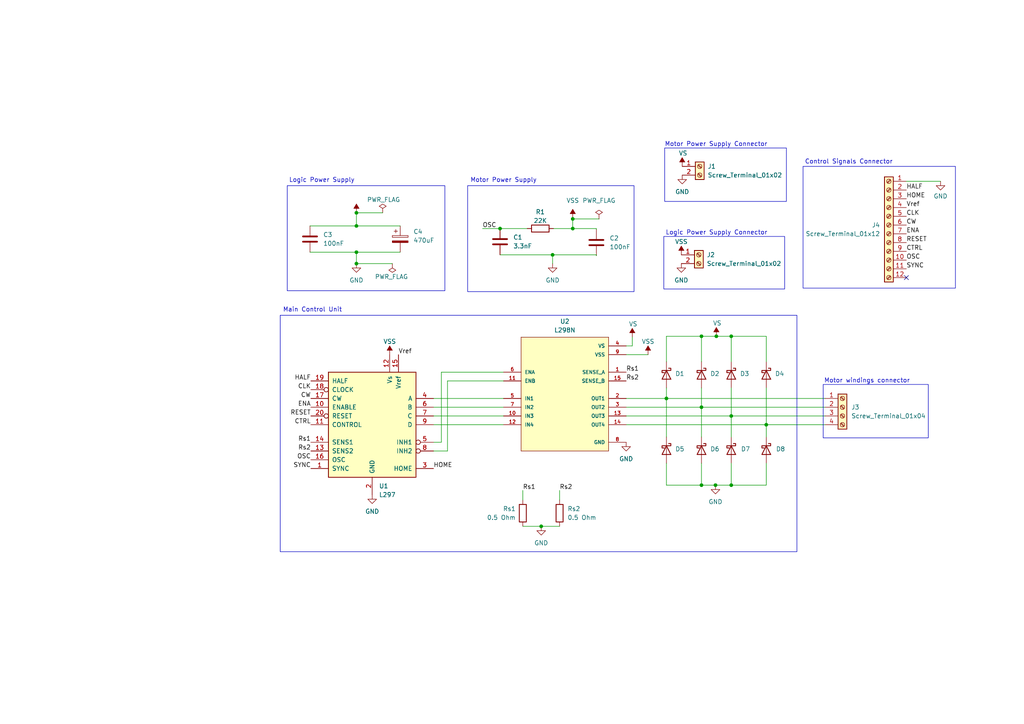
<source format=kicad_sch>
(kicad_sch (version 20230121) (generator eeschema)

  (uuid be036dcd-41ff-4f2f-a3fa-2893257c0f7a)

  (paper "A4")

  (title_block
    (title "Two Phase Bipolar Stepper Motor")
    (rev "1")
    (company "Shweta Kiran")
  )

  (lib_symbols
    (symbol "Connector:Screw_Terminal_01x02" (pin_names (offset 1.016) hide) (in_bom yes) (on_board yes)
      (property "Reference" "J" (at 0 2.54 0)
        (effects (font (size 1.27 1.27)))
      )
      (property "Value" "Screw_Terminal_01x02" (at 0 -5.08 0)
        (effects (font (size 1.27 1.27)))
      )
      (property "Footprint" "" (at 0 0 0)
        (effects (font (size 1.27 1.27)) hide)
      )
      (property "Datasheet" "~" (at 0 0 0)
        (effects (font (size 1.27 1.27)) hide)
      )
      (property "ki_keywords" "screw terminal" (at 0 0 0)
        (effects (font (size 1.27 1.27)) hide)
      )
      (property "ki_description" "Generic screw terminal, single row, 01x02, script generated (kicad-library-utils/schlib/autogen/connector/)" (at 0 0 0)
        (effects (font (size 1.27 1.27)) hide)
      )
      (property "ki_fp_filters" "TerminalBlock*:*" (at 0 0 0)
        (effects (font (size 1.27 1.27)) hide)
      )
      (symbol "Screw_Terminal_01x02_1_1"
        (rectangle (start -1.27 1.27) (end 1.27 -3.81)
          (stroke (width 0.254) (type default))
          (fill (type background))
        )
        (circle (center 0 -2.54) (radius 0.635)
          (stroke (width 0.1524) (type default))
          (fill (type none))
        )
        (polyline
          (pts
            (xy -0.5334 -2.2098)
            (xy 0.3302 -3.048)
          )
          (stroke (width 0.1524) (type default))
          (fill (type none))
        )
        (polyline
          (pts
            (xy -0.5334 0.3302)
            (xy 0.3302 -0.508)
          )
          (stroke (width 0.1524) (type default))
          (fill (type none))
        )
        (polyline
          (pts
            (xy -0.3556 -2.032)
            (xy 0.508 -2.8702)
          )
          (stroke (width 0.1524) (type default))
          (fill (type none))
        )
        (polyline
          (pts
            (xy -0.3556 0.508)
            (xy 0.508 -0.3302)
          )
          (stroke (width 0.1524) (type default))
          (fill (type none))
        )
        (circle (center 0 0) (radius 0.635)
          (stroke (width 0.1524) (type default))
          (fill (type none))
        )
        (pin passive line (at -5.08 0 0) (length 3.81)
          (name "Pin_1" (effects (font (size 1.27 1.27))))
          (number "1" (effects (font (size 1.27 1.27))))
        )
        (pin passive line (at -5.08 -2.54 0) (length 3.81)
          (name "Pin_2" (effects (font (size 1.27 1.27))))
          (number "2" (effects (font (size 1.27 1.27))))
        )
      )
    )
    (symbol "Connector:Screw_Terminal_01x04" (pin_names (offset 1.016) hide) (in_bom yes) (on_board yes)
      (property "Reference" "J" (at 0 5.08 0)
        (effects (font (size 1.27 1.27)))
      )
      (property "Value" "Screw_Terminal_01x04" (at 0 -7.62 0)
        (effects (font (size 1.27 1.27)))
      )
      (property "Footprint" "" (at 0 0 0)
        (effects (font (size 1.27 1.27)) hide)
      )
      (property "Datasheet" "~" (at 0 0 0)
        (effects (font (size 1.27 1.27)) hide)
      )
      (property "ki_keywords" "screw terminal" (at 0 0 0)
        (effects (font (size 1.27 1.27)) hide)
      )
      (property "ki_description" "Generic screw terminal, single row, 01x04, script generated (kicad-library-utils/schlib/autogen/connector/)" (at 0 0 0)
        (effects (font (size 1.27 1.27)) hide)
      )
      (property "ki_fp_filters" "TerminalBlock*:*" (at 0 0 0)
        (effects (font (size 1.27 1.27)) hide)
      )
      (symbol "Screw_Terminal_01x04_1_1"
        (rectangle (start -1.27 3.81) (end 1.27 -6.35)
          (stroke (width 0.254) (type default))
          (fill (type background))
        )
        (circle (center 0 -5.08) (radius 0.635)
          (stroke (width 0.1524) (type default))
          (fill (type none))
        )
        (circle (center 0 -2.54) (radius 0.635)
          (stroke (width 0.1524) (type default))
          (fill (type none))
        )
        (polyline
          (pts
            (xy -0.5334 -4.7498)
            (xy 0.3302 -5.588)
          )
          (stroke (width 0.1524) (type default))
          (fill (type none))
        )
        (polyline
          (pts
            (xy -0.5334 -2.2098)
            (xy 0.3302 -3.048)
          )
          (stroke (width 0.1524) (type default))
          (fill (type none))
        )
        (polyline
          (pts
            (xy -0.5334 0.3302)
            (xy 0.3302 -0.508)
          )
          (stroke (width 0.1524) (type default))
          (fill (type none))
        )
        (polyline
          (pts
            (xy -0.5334 2.8702)
            (xy 0.3302 2.032)
          )
          (stroke (width 0.1524) (type default))
          (fill (type none))
        )
        (polyline
          (pts
            (xy -0.3556 -4.572)
            (xy 0.508 -5.4102)
          )
          (stroke (width 0.1524) (type default))
          (fill (type none))
        )
        (polyline
          (pts
            (xy -0.3556 -2.032)
            (xy 0.508 -2.8702)
          )
          (stroke (width 0.1524) (type default))
          (fill (type none))
        )
        (polyline
          (pts
            (xy -0.3556 0.508)
            (xy 0.508 -0.3302)
          )
          (stroke (width 0.1524) (type default))
          (fill (type none))
        )
        (polyline
          (pts
            (xy -0.3556 3.048)
            (xy 0.508 2.2098)
          )
          (stroke (width 0.1524) (type default))
          (fill (type none))
        )
        (circle (center 0 0) (radius 0.635)
          (stroke (width 0.1524) (type default))
          (fill (type none))
        )
        (circle (center 0 2.54) (radius 0.635)
          (stroke (width 0.1524) (type default))
          (fill (type none))
        )
        (pin passive line (at -5.08 2.54 0) (length 3.81)
          (name "Pin_1" (effects (font (size 1.27 1.27))))
          (number "1" (effects (font (size 1.27 1.27))))
        )
        (pin passive line (at -5.08 0 0) (length 3.81)
          (name "Pin_2" (effects (font (size 1.27 1.27))))
          (number "2" (effects (font (size 1.27 1.27))))
        )
        (pin passive line (at -5.08 -2.54 0) (length 3.81)
          (name "Pin_3" (effects (font (size 1.27 1.27))))
          (number "3" (effects (font (size 1.27 1.27))))
        )
        (pin passive line (at -5.08 -5.08 0) (length 3.81)
          (name "Pin_4" (effects (font (size 1.27 1.27))))
          (number "4" (effects (font (size 1.27 1.27))))
        )
      )
    )
    (symbol "Connector:Screw_Terminal_01x12" (pin_names (offset 1.016) hide) (in_bom yes) (on_board yes)
      (property "Reference" "J" (at 0 15.24 0)
        (effects (font (size 1.27 1.27)))
      )
      (property "Value" "Screw_Terminal_01x12" (at 0 -17.78 0)
        (effects (font (size 1.27 1.27)))
      )
      (property "Footprint" "" (at 0 0 0)
        (effects (font (size 1.27 1.27)) hide)
      )
      (property "Datasheet" "~" (at 0 0 0)
        (effects (font (size 1.27 1.27)) hide)
      )
      (property "ki_keywords" "screw terminal" (at 0 0 0)
        (effects (font (size 1.27 1.27)) hide)
      )
      (property "ki_description" "Generic screw terminal, single row, 01x12, script generated (kicad-library-utils/schlib/autogen/connector/)" (at 0 0 0)
        (effects (font (size 1.27 1.27)) hide)
      )
      (property "ki_fp_filters" "TerminalBlock*:*" (at 0 0 0)
        (effects (font (size 1.27 1.27)) hide)
      )
      (symbol "Screw_Terminal_01x12_1_1"
        (rectangle (start -1.27 13.97) (end 1.27 -16.51)
          (stroke (width 0.254) (type default))
          (fill (type background))
        )
        (circle (center 0 -15.24) (radius 0.635)
          (stroke (width 0.1524) (type default))
          (fill (type none))
        )
        (circle (center 0 -12.7) (radius 0.635)
          (stroke (width 0.1524) (type default))
          (fill (type none))
        )
        (circle (center 0 -10.16) (radius 0.635)
          (stroke (width 0.1524) (type default))
          (fill (type none))
        )
        (circle (center 0 -7.62) (radius 0.635)
          (stroke (width 0.1524) (type default))
          (fill (type none))
        )
        (circle (center 0 -5.08) (radius 0.635)
          (stroke (width 0.1524) (type default))
          (fill (type none))
        )
        (circle (center 0 -2.54) (radius 0.635)
          (stroke (width 0.1524) (type default))
          (fill (type none))
        )
        (polyline
          (pts
            (xy -0.5334 -14.9098)
            (xy 0.3302 -15.748)
          )
          (stroke (width 0.1524) (type default))
          (fill (type none))
        )
        (polyline
          (pts
            (xy -0.5334 -12.3698)
            (xy 0.3302 -13.208)
          )
          (stroke (width 0.1524) (type default))
          (fill (type none))
        )
        (polyline
          (pts
            (xy -0.5334 -9.8298)
            (xy 0.3302 -10.668)
          )
          (stroke (width 0.1524) (type default))
          (fill (type none))
        )
        (polyline
          (pts
            (xy -0.5334 -7.2898)
            (xy 0.3302 -8.128)
          )
          (stroke (width 0.1524) (type default))
          (fill (type none))
        )
        (polyline
          (pts
            (xy -0.5334 -4.7498)
            (xy 0.3302 -5.588)
          )
          (stroke (width 0.1524) (type default))
          (fill (type none))
        )
        (polyline
          (pts
            (xy -0.5334 -2.2098)
            (xy 0.3302 -3.048)
          )
          (stroke (width 0.1524) (type default))
          (fill (type none))
        )
        (polyline
          (pts
            (xy -0.5334 0.3302)
            (xy 0.3302 -0.508)
          )
          (stroke (width 0.1524) (type default))
          (fill (type none))
        )
        (polyline
          (pts
            (xy -0.5334 2.8702)
            (xy 0.3302 2.032)
          )
          (stroke (width 0.1524) (type default))
          (fill (type none))
        )
        (polyline
          (pts
            (xy -0.5334 5.4102)
            (xy 0.3302 4.572)
          )
          (stroke (width 0.1524) (type default))
          (fill (type none))
        )
        (polyline
          (pts
            (xy -0.5334 7.9502)
            (xy 0.3302 7.112)
          )
          (stroke (width 0.1524) (type default))
          (fill (type none))
        )
        (polyline
          (pts
            (xy -0.5334 10.4902)
            (xy 0.3302 9.652)
          )
          (stroke (width 0.1524) (type default))
          (fill (type none))
        )
        (polyline
          (pts
            (xy -0.5334 13.0302)
            (xy 0.3302 12.192)
          )
          (stroke (width 0.1524) (type default))
          (fill (type none))
        )
        (polyline
          (pts
            (xy -0.3556 -14.732)
            (xy 0.508 -15.5702)
          )
          (stroke (width 0.1524) (type default))
          (fill (type none))
        )
        (polyline
          (pts
            (xy -0.3556 -12.192)
            (xy 0.508 -13.0302)
          )
          (stroke (width 0.1524) (type default))
          (fill (type none))
        )
        (polyline
          (pts
            (xy -0.3556 -9.652)
            (xy 0.508 -10.4902)
          )
          (stroke (width 0.1524) (type default))
          (fill (type none))
        )
        (polyline
          (pts
            (xy -0.3556 -7.112)
            (xy 0.508 -7.9502)
          )
          (stroke (width 0.1524) (type default))
          (fill (type none))
        )
        (polyline
          (pts
            (xy -0.3556 -4.572)
            (xy 0.508 -5.4102)
          )
          (stroke (width 0.1524) (type default))
          (fill (type none))
        )
        (polyline
          (pts
            (xy -0.3556 -2.032)
            (xy 0.508 -2.8702)
          )
          (stroke (width 0.1524) (type default))
          (fill (type none))
        )
        (polyline
          (pts
            (xy -0.3556 0.508)
            (xy 0.508 -0.3302)
          )
          (stroke (width 0.1524) (type default))
          (fill (type none))
        )
        (polyline
          (pts
            (xy -0.3556 3.048)
            (xy 0.508 2.2098)
          )
          (stroke (width 0.1524) (type default))
          (fill (type none))
        )
        (polyline
          (pts
            (xy -0.3556 5.588)
            (xy 0.508 4.7498)
          )
          (stroke (width 0.1524) (type default))
          (fill (type none))
        )
        (polyline
          (pts
            (xy -0.3556 8.128)
            (xy 0.508 7.2898)
          )
          (stroke (width 0.1524) (type default))
          (fill (type none))
        )
        (polyline
          (pts
            (xy -0.3556 10.668)
            (xy 0.508 9.8298)
          )
          (stroke (width 0.1524) (type default))
          (fill (type none))
        )
        (polyline
          (pts
            (xy -0.3556 13.208)
            (xy 0.508 12.3698)
          )
          (stroke (width 0.1524) (type default))
          (fill (type none))
        )
        (circle (center 0 0) (radius 0.635)
          (stroke (width 0.1524) (type default))
          (fill (type none))
        )
        (circle (center 0 2.54) (radius 0.635)
          (stroke (width 0.1524) (type default))
          (fill (type none))
        )
        (circle (center 0 5.08) (radius 0.635)
          (stroke (width 0.1524) (type default))
          (fill (type none))
        )
        (circle (center 0 7.62) (radius 0.635)
          (stroke (width 0.1524) (type default))
          (fill (type none))
        )
        (circle (center 0 10.16) (radius 0.635)
          (stroke (width 0.1524) (type default))
          (fill (type none))
        )
        (circle (center 0 12.7) (radius 0.635)
          (stroke (width 0.1524) (type default))
          (fill (type none))
        )
        (pin passive line (at -5.08 12.7 0) (length 3.81)
          (name "Pin_1" (effects (font (size 1.27 1.27))))
          (number "1" (effects (font (size 1.27 1.27))))
        )
        (pin passive line (at -5.08 -10.16 0) (length 3.81)
          (name "Pin_10" (effects (font (size 1.27 1.27))))
          (number "10" (effects (font (size 1.27 1.27))))
        )
        (pin passive line (at -5.08 -12.7 0) (length 3.81)
          (name "Pin_11" (effects (font (size 1.27 1.27))))
          (number "11" (effects (font (size 1.27 1.27))))
        )
        (pin passive line (at -5.08 -15.24 0) (length 3.81)
          (name "Pin_12" (effects (font (size 1.27 1.27))))
          (number "12" (effects (font (size 1.27 1.27))))
        )
        (pin passive line (at -5.08 10.16 0) (length 3.81)
          (name "Pin_2" (effects (font (size 1.27 1.27))))
          (number "2" (effects (font (size 1.27 1.27))))
        )
        (pin passive line (at -5.08 7.62 0) (length 3.81)
          (name "Pin_3" (effects (font (size 1.27 1.27))))
          (number "3" (effects (font (size 1.27 1.27))))
        )
        (pin passive line (at -5.08 5.08 0) (length 3.81)
          (name "Pin_4" (effects (font (size 1.27 1.27))))
          (number "4" (effects (font (size 1.27 1.27))))
        )
        (pin passive line (at -5.08 2.54 0) (length 3.81)
          (name "Pin_5" (effects (font (size 1.27 1.27))))
          (number "5" (effects (font (size 1.27 1.27))))
        )
        (pin passive line (at -5.08 0 0) (length 3.81)
          (name "Pin_6" (effects (font (size 1.27 1.27))))
          (number "6" (effects (font (size 1.27 1.27))))
        )
        (pin passive line (at -5.08 -2.54 0) (length 3.81)
          (name "Pin_7" (effects (font (size 1.27 1.27))))
          (number "7" (effects (font (size 1.27 1.27))))
        )
        (pin passive line (at -5.08 -5.08 0) (length 3.81)
          (name "Pin_8" (effects (font (size 1.27 1.27))))
          (number "8" (effects (font (size 1.27 1.27))))
        )
        (pin passive line (at -5.08 -7.62 0) (length 3.81)
          (name "Pin_9" (effects (font (size 1.27 1.27))))
          (number "9" (effects (font (size 1.27 1.27))))
        )
      )
    )
    (symbol "Device:C" (pin_numbers hide) (pin_names (offset 0.254)) (in_bom yes) (on_board yes)
      (property "Reference" "C" (at 0.635 2.54 0)
        (effects (font (size 1.27 1.27)) (justify left))
      )
      (property "Value" "C" (at 0.635 -2.54 0)
        (effects (font (size 1.27 1.27)) (justify left))
      )
      (property "Footprint" "" (at 0.9652 -3.81 0)
        (effects (font (size 1.27 1.27)) hide)
      )
      (property "Datasheet" "~" (at 0 0 0)
        (effects (font (size 1.27 1.27)) hide)
      )
      (property "ki_keywords" "cap capacitor" (at 0 0 0)
        (effects (font (size 1.27 1.27)) hide)
      )
      (property "ki_description" "Unpolarized capacitor" (at 0 0 0)
        (effects (font (size 1.27 1.27)) hide)
      )
      (property "ki_fp_filters" "C_*" (at 0 0 0)
        (effects (font (size 1.27 1.27)) hide)
      )
      (symbol "C_0_1"
        (polyline
          (pts
            (xy -2.032 -0.762)
            (xy 2.032 -0.762)
          )
          (stroke (width 0.508) (type default))
          (fill (type none))
        )
        (polyline
          (pts
            (xy -2.032 0.762)
            (xy 2.032 0.762)
          )
          (stroke (width 0.508) (type default))
          (fill (type none))
        )
      )
      (symbol "C_1_1"
        (pin passive line (at 0 3.81 270) (length 2.794)
          (name "~" (effects (font (size 1.27 1.27))))
          (number "1" (effects (font (size 1.27 1.27))))
        )
        (pin passive line (at 0 -3.81 90) (length 2.794)
          (name "~" (effects (font (size 1.27 1.27))))
          (number "2" (effects (font (size 1.27 1.27))))
        )
      )
    )
    (symbol "Device:C_Polarized" (pin_numbers hide) (pin_names (offset 0.254)) (in_bom yes) (on_board yes)
      (property "Reference" "C" (at 0.635 2.54 0)
        (effects (font (size 1.27 1.27)) (justify left))
      )
      (property "Value" "C_Polarized" (at 0.635 -2.54 0)
        (effects (font (size 1.27 1.27)) (justify left))
      )
      (property "Footprint" "" (at 0.9652 -3.81 0)
        (effects (font (size 1.27 1.27)) hide)
      )
      (property "Datasheet" "~" (at 0 0 0)
        (effects (font (size 1.27 1.27)) hide)
      )
      (property "ki_keywords" "cap capacitor" (at 0 0 0)
        (effects (font (size 1.27 1.27)) hide)
      )
      (property "ki_description" "Polarized capacitor" (at 0 0 0)
        (effects (font (size 1.27 1.27)) hide)
      )
      (property "ki_fp_filters" "CP_*" (at 0 0 0)
        (effects (font (size 1.27 1.27)) hide)
      )
      (symbol "C_Polarized_0_1"
        (rectangle (start -2.286 0.508) (end 2.286 1.016)
          (stroke (width 0) (type default))
          (fill (type none))
        )
        (polyline
          (pts
            (xy -1.778 2.286)
            (xy -0.762 2.286)
          )
          (stroke (width 0) (type default))
          (fill (type none))
        )
        (polyline
          (pts
            (xy -1.27 2.794)
            (xy -1.27 1.778)
          )
          (stroke (width 0) (type default))
          (fill (type none))
        )
        (rectangle (start 2.286 -0.508) (end -2.286 -1.016)
          (stroke (width 0) (type default))
          (fill (type outline))
        )
      )
      (symbol "C_Polarized_1_1"
        (pin passive line (at 0 3.81 270) (length 2.794)
          (name "~" (effects (font (size 1.27 1.27))))
          (number "1" (effects (font (size 1.27 1.27))))
        )
        (pin passive line (at 0 -3.81 90) (length 2.794)
          (name "~" (effects (font (size 1.27 1.27))))
          (number "2" (effects (font (size 1.27 1.27))))
        )
      )
    )
    (symbol "Device:D_Schottky" (pin_numbers hide) (pin_names (offset 1.016) hide) (in_bom yes) (on_board yes)
      (property "Reference" "D" (at 0 2.54 0)
        (effects (font (size 1.27 1.27)))
      )
      (property "Value" "D_Schottky" (at 0 -2.54 0)
        (effects (font (size 1.27 1.27)))
      )
      (property "Footprint" "" (at 0 0 0)
        (effects (font (size 1.27 1.27)) hide)
      )
      (property "Datasheet" "~" (at 0 0 0)
        (effects (font (size 1.27 1.27)) hide)
      )
      (property "ki_keywords" "diode Schottky" (at 0 0 0)
        (effects (font (size 1.27 1.27)) hide)
      )
      (property "ki_description" "Schottky diode" (at 0 0 0)
        (effects (font (size 1.27 1.27)) hide)
      )
      (property "ki_fp_filters" "TO-???* *_Diode_* *SingleDiode* D_*" (at 0 0 0)
        (effects (font (size 1.27 1.27)) hide)
      )
      (symbol "D_Schottky_0_1"
        (polyline
          (pts
            (xy 1.27 0)
            (xy -1.27 0)
          )
          (stroke (width 0) (type default))
          (fill (type none))
        )
        (polyline
          (pts
            (xy 1.27 1.27)
            (xy 1.27 -1.27)
            (xy -1.27 0)
            (xy 1.27 1.27)
          )
          (stroke (width 0.254) (type default))
          (fill (type none))
        )
        (polyline
          (pts
            (xy -1.905 0.635)
            (xy -1.905 1.27)
            (xy -1.27 1.27)
            (xy -1.27 -1.27)
            (xy -0.635 -1.27)
            (xy -0.635 -0.635)
          )
          (stroke (width 0.254) (type default))
          (fill (type none))
        )
      )
      (symbol "D_Schottky_1_1"
        (pin passive line (at -3.81 0 0) (length 2.54)
          (name "K" (effects (font (size 1.27 1.27))))
          (number "1" (effects (font (size 1.27 1.27))))
        )
        (pin passive line (at 3.81 0 180) (length 2.54)
          (name "A" (effects (font (size 1.27 1.27))))
          (number "2" (effects (font (size 1.27 1.27))))
        )
      )
    )
    (symbol "Device:R" (pin_numbers hide) (pin_names (offset 0)) (in_bom yes) (on_board yes)
      (property "Reference" "R" (at 2.032 0 90)
        (effects (font (size 1.27 1.27)))
      )
      (property "Value" "R" (at 0 0 90)
        (effects (font (size 1.27 1.27)))
      )
      (property "Footprint" "" (at -1.778 0 90)
        (effects (font (size 1.27 1.27)) hide)
      )
      (property "Datasheet" "~" (at 0 0 0)
        (effects (font (size 1.27 1.27)) hide)
      )
      (property "ki_keywords" "R res resistor" (at 0 0 0)
        (effects (font (size 1.27 1.27)) hide)
      )
      (property "ki_description" "Resistor" (at 0 0 0)
        (effects (font (size 1.27 1.27)) hide)
      )
      (property "ki_fp_filters" "R_*" (at 0 0 0)
        (effects (font (size 1.27 1.27)) hide)
      )
      (symbol "R_0_1"
        (rectangle (start -1.016 -2.54) (end 1.016 2.54)
          (stroke (width 0.254) (type default))
          (fill (type none))
        )
      )
      (symbol "R_1_1"
        (pin passive line (at 0 3.81 270) (length 1.27)
          (name "~" (effects (font (size 1.27 1.27))))
          (number "1" (effects (font (size 1.27 1.27))))
        )
        (pin passive line (at 0 -3.81 90) (length 1.27)
          (name "~" (effects (font (size 1.27 1.27))))
          (number "2" (effects (font (size 1.27 1.27))))
        )
      )
    )
    (symbol "Driver_Motor:L297" (pin_names (offset 1.016)) (in_bom yes) (on_board yes)
      (property "Reference" "U" (at -6.35 19.05 0)
        (effects (font (size 1.27 1.27)))
      )
      (property "Value" "L297" (at -6.35 16.51 0)
        (effects (font (size 1.27 1.27)))
      )
      (property "Footprint" "" (at -6.35 16.51 0)
        (effects (font (size 1.27 1.27)) hide)
      )
      (property "Datasheet" "www.st.com/resource/en/datasheet/cd00000063.pdf" (at -6.35 16.51 0)
        (effects (font (size 1.27 1.27)) hide)
      )
      (property "ki_keywords" "Stepper Motor Controller" (at 0 0 0)
        (effects (font (size 1.27 1.27)) hide)
      )
      (property "ki_description" "Stepper Motor Controller, DIP-20/SO-20" (at 0 0 0)
        (effects (font (size 1.27 1.27)) hide)
      )
      (property "ki_fp_filters" "DIP* SO*" (at 0 0 0)
        (effects (font (size 1.27 1.27)) hide)
      )
      (symbol "L297_0_1"
        (rectangle (start -12.7 15.24) (end 12.7 -15.24)
          (stroke (width 0.254) (type default))
          (fill (type background))
        )
      )
      (symbol "L297_1_0"
        (pin input line (at -17.78 0 0) (length 5.08)
          (name "CONTROL" (effects (font (size 1.27 1.27))))
          (number "11" (effects (font (size 1.27 1.27))))
        )
        (pin power_in line (at 5.08 20.32 270) (length 5.08)
          (name "Vs" (effects (font (size 1.27 1.27))))
          (number "12" (effects (font (size 1.27 1.27))))
        )
        (pin input line (at -17.78 -7.62 0) (length 5.08)
          (name "SENS2" (effects (font (size 1.27 1.27))))
          (number "13" (effects (font (size 1.27 1.27))))
        )
        (pin input line (at -17.78 -5.08 0) (length 5.08)
          (name "SENS1" (effects (font (size 1.27 1.27))))
          (number "14" (effects (font (size 1.27 1.27))))
        )
        (pin input line (at 7.62 20.32 270) (length 5.08)
          (name "Vref" (effects (font (size 1.27 1.27))))
          (number "15" (effects (font (size 1.27 1.27))))
        )
        (pin input line (at -17.78 -10.16 0) (length 5.08)
          (name "OSC" (effects (font (size 1.27 1.27))))
          (number "16" (effects (font (size 1.27 1.27))))
        )
        (pin input line (at -17.78 7.62 0) (length 5.08)
          (name "CW" (effects (font (size 1.27 1.27))))
          (number "17" (effects (font (size 1.27 1.27))))
        )
        (pin input inverted (at -17.78 10.16 0) (length 5.08)
          (name "CLOCK" (effects (font (size 1.27 1.27))))
          (number "18" (effects (font (size 1.27 1.27))))
        )
        (pin input line (at -17.78 12.7 0) (length 5.08)
          (name "HALF" (effects (font (size 1.27 1.27))))
          (number "19" (effects (font (size 1.27 1.27))))
        )
        (pin input inverted (at -17.78 2.54 0) (length 5.08)
          (name "RESET" (effects (font (size 1.27 1.27))))
          (number "20" (effects (font (size 1.27 1.27))))
        )
      )
      (symbol "L297_1_1"
        (pin bidirectional line (at -17.78 -12.7 0) (length 5.08)
          (name "SYNC" (effects (font (size 1.27 1.27))))
          (number "1" (effects (font (size 1.27 1.27))))
        )
        (pin input line (at -17.78 5.08 0) (length 5.08)
          (name "ENABLE" (effects (font (size 1.27 1.27))))
          (number "10" (effects (font (size 1.27 1.27))))
        )
        (pin power_in line (at 0 -20.32 90) (length 5.08)
          (name "GND" (effects (font (size 1.27 1.27))))
          (number "2" (effects (font (size 1.27 1.27))))
        )
        (pin open_collector line (at 17.78 -12.7 180) (length 5.08)
          (name "HOME" (effects (font (size 1.27 1.27))))
          (number "3" (effects (font (size 1.27 1.27))))
        )
        (pin output line (at 17.78 7.62 180) (length 5.08)
          (name "A" (effects (font (size 1.27 1.27))))
          (number "4" (effects (font (size 1.27 1.27))))
        )
        (pin output inverted (at 17.78 -5.08 180) (length 5.08)
          (name "INH1" (effects (font (size 1.27 1.27))))
          (number "5" (effects (font (size 1.27 1.27))))
        )
        (pin output line (at 17.78 5.08 180) (length 5.08)
          (name "B" (effects (font (size 1.27 1.27))))
          (number "6" (effects (font (size 1.27 1.27))))
        )
        (pin output line (at 17.78 2.54 180) (length 5.08)
          (name "C" (effects (font (size 1.27 1.27))))
          (number "7" (effects (font (size 1.27 1.27))))
        )
        (pin output inverted (at 17.78 -7.62 180) (length 5.08)
          (name "INH2" (effects (font (size 1.27 1.27))))
          (number "8" (effects (font (size 1.27 1.27))))
        )
        (pin output line (at 17.78 0 180) (length 5.08)
          (name "D" (effects (font (size 1.27 1.27))))
          (number "9" (effects (font (size 1.27 1.27))))
        )
      )
    )
    (symbol "L298N:L298N" (pin_names (offset 1.016)) (in_bom yes) (on_board yes)
      (property "Reference" "U" (at -12.7 20.32 0)
        (effects (font (size 1.27 1.27)) (justify left bottom))
      )
      (property "Value" "L298N" (at -12.7 -20.32 0)
        (effects (font (size 1.27 1.27)) (justify left bottom))
      )
      (property "Footprint" "L298N:TO127P2020X500X2100-15" (at 0 0 0)
        (effects (font (size 1.27 1.27)) (justify bottom) hide)
      )
      (property "Datasheet" "" (at 0 0 0)
        (effects (font (size 1.27 1.27)) hide)
      )
      (property "DigiKey_Part_Number" "497-1395-5-ND" (at 0 0 0)
        (effects (font (size 1.27 1.27)) (justify bottom) hide)
      )
      (property "MF" "STMicroelectronics" (at 0 0 0)
        (effects (font (size 1.27 1.27)) (justify bottom) hide)
      )
      (property "MAXIMUM_PACKAGE_HEIGHT" "5.0mm" (at 0 0 0)
        (effects (font (size 1.27 1.27)) (justify bottom) hide)
      )
      (property "Package" "Multiwatt-15 STMicroelectronics" (at 0 0 0)
        (effects (font (size 1.27 1.27)) (justify bottom) hide)
      )
      (property "Check_prices" "https://www.snapeda.com/parts/L298N/STMicroelectronics/view-part/?ref=eda" (at 0 0 0)
        (effects (font (size 1.27 1.27)) (justify bottom) hide)
      )
      (property "STANDARD" "IPC-7351B" (at 0 0 0)
        (effects (font (size 1.27 1.27)) (justify bottom) hide)
      )
      (property "PARTREV" "" (at 0 0 0)
        (effects (font (size 1.27 1.27)) (justify bottom) hide)
      )
      (property "SnapEDA_Link" "https://www.snapeda.com/parts/L298N/STMicroelectronics/view-part/?ref=snap" (at 0 0 0)
        (effects (font (size 1.27 1.27)) (justify bottom) hide)
      )
      (property "MP" "L298N" (at 0 0 0)
        (effects (font (size 1.27 1.27)) (justify bottom) hide)
      )
      (property "Purchase-URL" "https://www.snapeda.com/api/url_track_click_mouser/?unipart_id=49315&manufacturer=STMicroelectronics&part_name=L298N&search_term=l298n" (at 0 0 0)
        (effects (font (size 1.27 1.27)) (justify bottom) hide)
      )
      (property "Description" "\nHalf Bridge (4) Driver DC Motors, Relays, Solenoids, Stepper Motors Bipolar 15-Multiwatt\n" (at 0 0 0)
        (effects (font (size 1.27 1.27)) (justify bottom) hide)
      )
      (property "MANUFACTURER" "STMicroelectronics" (at 0 0 0)
        (effects (font (size 1.27 1.27)) (justify bottom) hide)
      )
      (symbol "L298N_0_0"
        (rectangle (start -12.7 -15.24) (end 12.7 17.78)
          (stroke (width 0.1524) (type default))
          (fill (type background))
        )
        (pin passive line (at 17.78 7.62 180) (length 5.08)
          (name "SENSE_A" (effects (font (size 1.016 1.016))))
          (number "1" (effects (font (size 1.016 1.016))))
        )
        (pin input line (at -17.78 -5.08 0) (length 5.08)
          (name "IN3" (effects (font (size 1.016 1.016))))
          (number "10" (effects (font (size 1.016 1.016))))
        )
        (pin input line (at -17.78 5.08 0) (length 5.08)
          (name "ENB" (effects (font (size 1.016 1.016))))
          (number "11" (effects (font (size 1.016 1.016))))
        )
        (pin input line (at -17.78 -7.62 0) (length 5.08)
          (name "IN4" (effects (font (size 1.016 1.016))))
          (number "12" (effects (font (size 1.016 1.016))))
        )
        (pin output line (at 17.78 -5.08 180) (length 5.08)
          (name "OUT3" (effects (font (size 1.016 1.016))))
          (number "13" (effects (font (size 1.016 1.016))))
        )
        (pin output line (at 17.78 -7.62 180) (length 5.08)
          (name "OUT4" (effects (font (size 1.016 1.016))))
          (number "14" (effects (font (size 1.016 1.016))))
        )
        (pin passive line (at 17.78 5.08 180) (length 5.08)
          (name "SENSE_B" (effects (font (size 1.016 1.016))))
          (number "15" (effects (font (size 1.016 1.016))))
        )
        (pin output line (at 17.78 0 180) (length 5.08)
          (name "OUT1" (effects (font (size 1.016 1.016))))
          (number "2" (effects (font (size 1.016 1.016))))
        )
        (pin output line (at 17.78 -2.54 180) (length 5.08)
          (name "OUT2" (effects (font (size 1.016 1.016))))
          (number "3" (effects (font (size 1.016 1.016))))
        )
        (pin power_in line (at 17.78 15.24 180) (length 5.08)
          (name "VS" (effects (font (size 1.016 1.016))))
          (number "4" (effects (font (size 1.016 1.016))))
        )
        (pin input line (at -17.78 0 0) (length 5.08)
          (name "IN1" (effects (font (size 1.016 1.016))))
          (number "5" (effects (font (size 1.016 1.016))))
        )
        (pin input line (at -17.78 7.62 0) (length 5.08)
          (name "ENA" (effects (font (size 1.016 1.016))))
          (number "6" (effects (font (size 1.016 1.016))))
        )
        (pin input line (at -17.78 -2.54 0) (length 5.08)
          (name "IN2" (effects (font (size 1.016 1.016))))
          (number "7" (effects (font (size 1.016 1.016))))
        )
        (pin power_in line (at 17.78 -12.7 180) (length 5.08)
          (name "GND" (effects (font (size 1.016 1.016))))
          (number "8" (effects (font (size 1.016 1.016))))
        )
        (pin input line (at 17.78 12.7 180) (length 5.08)
          (name "VSS" (effects (font (size 1.016 1.016))))
          (number "9" (effects (font (size 1.016 1.016))))
        )
      )
    )
    (symbol "power:GND" (power) (pin_names (offset 0)) (in_bom yes) (on_board yes)
      (property "Reference" "#PWR" (at 0 -6.35 0)
        (effects (font (size 1.27 1.27)) hide)
      )
      (property "Value" "GND" (at 0 -3.81 0)
        (effects (font (size 1.27 1.27)))
      )
      (property "Footprint" "" (at 0 0 0)
        (effects (font (size 1.27 1.27)) hide)
      )
      (property "Datasheet" "" (at 0 0 0)
        (effects (font (size 1.27 1.27)) hide)
      )
      (property "ki_keywords" "global power" (at 0 0 0)
        (effects (font (size 1.27 1.27)) hide)
      )
      (property "ki_description" "Power symbol creates a global label with name \"GND\" , ground" (at 0 0 0)
        (effects (font (size 1.27 1.27)) hide)
      )
      (symbol "GND_0_1"
        (polyline
          (pts
            (xy 0 0)
            (xy 0 -1.27)
            (xy 1.27 -1.27)
            (xy 0 -2.54)
            (xy -1.27 -1.27)
            (xy 0 -1.27)
          )
          (stroke (width 0) (type default))
          (fill (type none))
        )
      )
      (symbol "GND_1_1"
        (pin power_in line (at 0 0 270) (length 0) hide
          (name "GND" (effects (font (size 1.27 1.27))))
          (number "1" (effects (font (size 1.27 1.27))))
        )
      )
    )
    (symbol "power:PWR_FLAG" (power) (pin_numbers hide) (pin_names (offset 0) hide) (in_bom yes) (on_board yes)
      (property "Reference" "#FLG" (at 0 1.905 0)
        (effects (font (size 1.27 1.27)) hide)
      )
      (property "Value" "PWR_FLAG" (at 0 3.81 0)
        (effects (font (size 1.27 1.27)))
      )
      (property "Footprint" "" (at 0 0 0)
        (effects (font (size 1.27 1.27)) hide)
      )
      (property "Datasheet" "~" (at 0 0 0)
        (effects (font (size 1.27 1.27)) hide)
      )
      (property "ki_keywords" "flag power" (at 0 0 0)
        (effects (font (size 1.27 1.27)) hide)
      )
      (property "ki_description" "Special symbol for telling ERC where power comes from" (at 0 0 0)
        (effects (font (size 1.27 1.27)) hide)
      )
      (symbol "PWR_FLAG_0_0"
        (pin power_out line (at 0 0 90) (length 0)
          (name "pwr" (effects (font (size 1.27 1.27))))
          (number "1" (effects (font (size 1.27 1.27))))
        )
      )
      (symbol "PWR_FLAG_0_1"
        (polyline
          (pts
            (xy 0 0)
            (xy 0 1.27)
            (xy -1.016 1.905)
            (xy 0 2.54)
            (xy 1.016 1.905)
            (xy 0 1.27)
          )
          (stroke (width 0) (type default))
          (fill (type none))
        )
      )
    )
    (symbol "power:VS" (power) (pin_names (offset 0)) (in_bom yes) (on_board yes)
      (property "Reference" "#PWR" (at -5.08 -3.81 0)
        (effects (font (size 1.27 1.27)) hide)
      )
      (property "Value" "VS" (at 0 3.81 0)
        (effects (font (size 1.27 1.27)))
      )
      (property "Footprint" "" (at 0 0 0)
        (effects (font (size 1.27 1.27)) hide)
      )
      (property "Datasheet" "" (at 0 0 0)
        (effects (font (size 1.27 1.27)) hide)
      )
      (property "ki_keywords" "global power" (at 0 0 0)
        (effects (font (size 1.27 1.27)) hide)
      )
      (property "ki_description" "Power symbol creates a global label with name \"VS\"" (at 0 0 0)
        (effects (font (size 1.27 1.27)) hide)
      )
      (symbol "VS_0_1"
        (polyline
          (pts
            (xy 0 0)
            (xy 0 2.54)
          )
          (stroke (width 0) (type default))
          (fill (type none))
        )
        (polyline
          (pts
            (xy 0.762 1.27)
            (xy -0.762 1.27)
            (xy 0 2.54)
            (xy 0.762 1.27)
          )
          (stroke (width 0) (type default))
          (fill (type outline))
        )
      )
      (symbol "VS_1_1"
        (pin power_in line (at 0 0 90) (length 0) hide
          (name "VS" (effects (font (size 1.27 1.27))))
          (number "1" (effects (font (size 1.27 1.27))))
        )
      )
    )
    (symbol "power:VSS" (power) (pin_names (offset 0)) (in_bom yes) (on_board yes)
      (property "Reference" "#PWR" (at 0 -3.81 0)
        (effects (font (size 1.27 1.27)) hide)
      )
      (property "Value" "VSS" (at 0 3.81 0)
        (effects (font (size 1.27 1.27)))
      )
      (property "Footprint" "" (at 0 0 0)
        (effects (font (size 1.27 1.27)) hide)
      )
      (property "Datasheet" "" (at 0 0 0)
        (effects (font (size 1.27 1.27)) hide)
      )
      (property "ki_keywords" "global power" (at 0 0 0)
        (effects (font (size 1.27 1.27)) hide)
      )
      (property "ki_description" "Power symbol creates a global label with name \"VSS\"" (at 0 0 0)
        (effects (font (size 1.27 1.27)) hide)
      )
      (symbol "VSS_0_1"
        (polyline
          (pts
            (xy 0 0)
            (xy 0 2.54)
          )
          (stroke (width 0) (type default))
          (fill (type none))
        )
        (polyline
          (pts
            (xy 0.762 1.27)
            (xy -0.762 1.27)
            (xy 0 2.54)
            (xy 0.762 1.27)
          )
          (stroke (width 0) (type default))
          (fill (type outline))
        )
      )
      (symbol "VSS_1_1"
        (pin power_in line (at 0 0 90) (length 0) hide
          (name "VSS" (effects (font (size 1.27 1.27))))
          (number "1" (effects (font (size 1.27 1.27))))
        )
      )
    )
  )

  (junction (at 166.116 63.5) (diameter 0) (color 0 0 0 0)
    (uuid 2714a99c-2727-476d-a4ba-14479f7a6f1e)
  )
  (junction (at 193.294 115.57) (diameter 0) (color 0 0 0 0)
    (uuid 3db3dfee-3022-44ca-a1f0-dd8b565fdb24)
  )
  (junction (at 103.378 73.152) (diameter 0) (color 0 0 0 0)
    (uuid 59fd8912-2759-40ca-a7b1-c2e2372b68c7)
  )
  (junction (at 207.772 97.536) (diameter 0) (color 0 0 0 0)
    (uuid 62050eb4-1c37-450c-83d3-e811bc3f91c3)
  )
  (junction (at 103.378 61.722) (diameter 0) (color 0 0 0 0)
    (uuid 6438ddfe-7aee-48e9-8991-2c36f8d30ecd)
  )
  (junction (at 222.25 123.19) (diameter 0) (color 0 0 0 0)
    (uuid 66ea2832-313b-483f-98b4-5f893dca74b8)
  )
  (junction (at 207.518 140.716) (diameter 0) (color 0 0 0 0)
    (uuid 6a1de837-f450-4df7-9cf3-a15b7ccc3a3c)
  )
  (junction (at 160.274 73.914) (diameter 0) (color 0 0 0 0)
    (uuid 7c53851b-bbd5-487a-ab30-b550e640248a)
  )
  (junction (at 156.972 152.654) (diameter 0) (color 0 0 0 0)
    (uuid af263fe9-ede0-4b84-992b-11bdb1be11d7)
  )
  (junction (at 212.09 140.716) (diameter 0) (color 0 0 0 0)
    (uuid b17aa439-a390-4df2-9975-4f9adbe344d9)
  )
  (junction (at 212.09 120.65) (diameter 0) (color 0 0 0 0)
    (uuid b59aec7c-4306-4d62-ab2a-42fe17e19f66)
  )
  (junction (at 166.116 66.294) (diameter 0) (color 0 0 0 0)
    (uuid b9521d25-eea4-4b92-83ee-e55479fef4b7)
  )
  (junction (at 103.378 76.454) (diameter 0) (color 0 0 0 0)
    (uuid c6531e74-8144-4e70-be78-19061c7a20ed)
  )
  (junction (at 203.454 118.11) (diameter 0) (color 0 0 0 0)
    (uuid c72ab2b3-7c6c-47b1-94fd-391312a4b03a)
  )
  (junction (at 103.378 65.532) (diameter 0) (color 0 0 0 0)
    (uuid cc1adcc1-4e09-40df-a5b2-7a61eba63387)
  )
  (junction (at 203.454 140.716) (diameter 0) (color 0 0 0 0)
    (uuid dde17767-4d14-4818-86dc-d3503ed88e45)
  )
  (junction (at 212.09 97.536) (diameter 0) (color 0 0 0 0)
    (uuid dfc1d01f-8db5-4917-afda-ceb12a5af36c)
  )
  (junction (at 203.454 97.536) (diameter 0) (color 0 0 0 0)
    (uuid f5f4226e-f3be-411e-b159-038738dc3852)
  )
  (junction (at 145.034 66.294) (diameter 0) (color 0 0 0 0)
    (uuid f617cedd-f1f6-4a9b-9c86-e3055ceeb67c)
  )

  (no_connect (at 262.89 80.518) (uuid 43a6a858-1a44-4b74-a8bd-68e242202ca3))

  (wire (pts (xy 193.294 115.57) (xy 193.294 126.746))
    (stroke (width 0) (type default))
    (uuid 05cd1151-17d4-4a9b-b4a4-9bb7a7d6846f)
  )
  (wire (pts (xy 222.25 123.19) (xy 239.268 123.19))
    (stroke (width 0) (type default))
    (uuid 0d71f549-76e9-43d7-9035-ae7b2c3625d9)
  )
  (wire (pts (xy 125.73 120.65) (xy 146.05 120.65))
    (stroke (width 0) (type default))
    (uuid 0dd9df82-24ba-4cc5-bed3-afe3daa72abb)
  )
  (wire (pts (xy 103.378 61.722) (xy 103.378 65.532))
    (stroke (width 0) (type default))
    (uuid 10ec993a-f1cb-4616-b8c7-517f4f7ec5b9)
  )
  (wire (pts (xy 160.528 66.294) (xy 166.116 66.294))
    (stroke (width 0) (type default))
    (uuid 11d824c7-b9ba-48a1-9e4d-dd485edcea3a)
  )
  (wire (pts (xy 212.09 120.65) (xy 239.268 120.65))
    (stroke (width 0) (type default))
    (uuid 151f7556-7e81-4054-ba2f-2a097c292002)
  )
  (wire (pts (xy 146.05 110.49) (xy 129.794 110.49))
    (stroke (width 0) (type default))
    (uuid 1556c8f2-9c95-4d9d-aba3-d4b9dce475c0)
  )
  (wire (pts (xy 212.09 120.65) (xy 212.09 126.746))
    (stroke (width 0) (type default))
    (uuid 1d79db9a-9882-4644-859d-a7a76a68d4be)
  )
  (wire (pts (xy 166.116 66.294) (xy 172.974 66.294))
    (stroke (width 0) (type default))
    (uuid 2082c6aa-ad6c-4919-82e1-22e3b526fea7)
  )
  (wire (pts (xy 187.96 102.87) (xy 181.61 102.87))
    (stroke (width 0) (type default))
    (uuid 29a948ef-f8c9-4372-9677-c2e471ae5602)
  )
  (wire (pts (xy 203.454 112.522) (xy 203.454 118.11))
    (stroke (width 0) (type default))
    (uuid 30059224-3dc4-47b9-b0e5-0cd9bcd571d2)
  )
  (wire (pts (xy 160.274 73.914) (xy 172.974 73.914))
    (stroke (width 0) (type default))
    (uuid 31d36274-721b-4c2c-9558-2be0d13c63cd)
  )
  (wire (pts (xy 193.294 97.536) (xy 203.454 97.536))
    (stroke (width 0) (type default))
    (uuid 37f78da1-34a2-485c-9850-92340a9a98ca)
  )
  (wire (pts (xy 203.454 118.11) (xy 239.268 118.11))
    (stroke (width 0) (type default))
    (uuid 3ba5d31f-1784-4314-bfe4-1681457bafcd)
  )
  (wire (pts (xy 103.378 65.532) (xy 116.078 65.532))
    (stroke (width 0) (type default))
    (uuid 4333e177-711d-462f-b595-f1cf4b444495)
  )
  (wire (pts (xy 146.05 107.95) (xy 128.016 107.95))
    (stroke (width 0) (type default))
    (uuid 44a31b71-b832-4b11-91ab-e3c276cc178b)
  )
  (wire (pts (xy 89.916 73.152) (xy 103.378 73.152))
    (stroke (width 0) (type default))
    (uuid 478617d0-709e-4643-95ae-9b75a0844845)
  )
  (wire (pts (xy 139.954 66.294) (xy 145.034 66.294))
    (stroke (width 0) (type default))
    (uuid 4b747353-4b71-40cd-a28a-36312d7daee6)
  )
  (wire (pts (xy 103.378 73.152) (xy 103.378 76.454))
    (stroke (width 0) (type default))
    (uuid 4ee532f8-5f1a-4dc7-8189-4bdf72bb6900)
  )
  (wire (pts (xy 272.796 52.578) (xy 262.89 52.578))
    (stroke (width 0) (type default))
    (uuid 509f4135-80df-4eb6-91c7-dc4a2e9f0432)
  )
  (wire (pts (xy 173.736 63.5) (xy 166.116 63.5))
    (stroke (width 0) (type default))
    (uuid 51f506c4-844a-410c-aeb3-3ecfbe4f903d)
  )
  (wire (pts (xy 222.25 112.522) (xy 222.25 123.19))
    (stroke (width 0) (type default))
    (uuid 520dc0de-9cb2-4102-810d-d9fd7335264f)
  )
  (wire (pts (xy 212.09 112.522) (xy 212.09 120.65))
    (stroke (width 0) (type default))
    (uuid 527f26a8-047a-4637-8030-cb5d334f51d7)
  )
  (wire (pts (xy 128.016 107.95) (xy 128.016 128.27))
    (stroke (width 0) (type default))
    (uuid 5381cc47-87f3-416d-b6af-8b70de80ebed)
  )
  (wire (pts (xy 181.61 120.65) (xy 212.09 120.65))
    (stroke (width 0) (type default))
    (uuid 59b2b4f2-053d-4976-a2cc-5ad57f2e5f42)
  )
  (wire (pts (xy 125.73 123.19) (xy 146.05 123.19))
    (stroke (width 0) (type default))
    (uuid 5b35c4b3-4349-470f-b11a-9f4068096e6c)
  )
  (wire (pts (xy 193.294 112.522) (xy 193.294 115.57))
    (stroke (width 0) (type default))
    (uuid 5d5dce70-02c1-4c86-a6a7-2be4a70f7401)
  )
  (wire (pts (xy 193.294 134.366) (xy 193.294 140.716))
    (stroke (width 0) (type default))
    (uuid 5e54f370-db37-4f52-b33c-c5b4f4034879)
  )
  (wire (pts (xy 193.294 104.902) (xy 193.294 97.536))
    (stroke (width 0) (type default))
    (uuid 65fc2328-8abf-422a-9ccb-2c7bb29bb237)
  )
  (wire (pts (xy 103.378 61.722) (xy 110.998 61.722))
    (stroke (width 0) (type default))
    (uuid 66bc43c9-a346-4b66-9e55-99ae65dd158f)
  )
  (wire (pts (xy 222.25 97.536) (xy 222.25 104.902))
    (stroke (width 0) (type default))
    (uuid 6c2b5e47-1941-43d3-aa0b-e1209820043d)
  )
  (wire (pts (xy 151.638 142.24) (xy 151.638 145.034))
    (stroke (width 0) (type default))
    (uuid 726cfbfd-5294-4943-9f43-bf8e36f548bf)
  )
  (wire (pts (xy 162.306 142.24) (xy 162.306 145.034))
    (stroke (width 0) (type default))
    (uuid 733a553f-e499-43d2-a1cf-a3b484db51db)
  )
  (wire (pts (xy 103.378 73.152) (xy 116.078 73.152))
    (stroke (width 0) (type default))
    (uuid 7ad552ee-3838-4fa0-b03b-cb03335c087b)
  )
  (wire (pts (xy 145.034 66.294) (xy 152.908 66.294))
    (stroke (width 0) (type default))
    (uuid 7c2d2c4d-27cb-44ff-84c1-0bb46f22fad9)
  )
  (wire (pts (xy 160.274 73.914) (xy 160.274 76.454))
    (stroke (width 0) (type default))
    (uuid 815ff732-c089-4b78-9066-a9958de26b2e)
  )
  (wire (pts (xy 193.294 140.716) (xy 203.454 140.716))
    (stroke (width 0) (type default))
    (uuid 850b186e-2ed9-47df-8ce4-4c5f615fde88)
  )
  (wire (pts (xy 181.61 118.11) (xy 203.454 118.11))
    (stroke (width 0) (type default))
    (uuid 87bab66b-4ef7-4bd3-9956-d7c76a11c232)
  )
  (wire (pts (xy 129.794 110.49) (xy 129.794 130.81))
    (stroke (width 0) (type default))
    (uuid 8ab20356-8797-4a18-960d-14203adc8907)
  )
  (wire (pts (xy 193.294 115.57) (xy 239.268 115.57))
    (stroke (width 0) (type default))
    (uuid 8d97f8fa-fa12-428b-826b-a19bd1d6378b)
  )
  (wire (pts (xy 203.454 97.536) (xy 203.454 104.902))
    (stroke (width 0) (type default))
    (uuid 97e5ba8e-e2a9-4f35-92ea-4f41d23de1d7)
  )
  (wire (pts (xy 145.034 73.914) (xy 160.274 73.914))
    (stroke (width 0) (type default))
    (uuid 98c2306e-223e-4ac3-8547-b8ca9f814054)
  )
  (wire (pts (xy 183.388 100.33) (xy 181.61 100.33))
    (stroke (width 0) (type default))
    (uuid 98c6e830-f4ec-4881-8ac1-aaef1657e662)
  )
  (wire (pts (xy 207.518 140.716) (xy 212.09 140.716))
    (stroke (width 0) (type default))
    (uuid 9c915e46-1da9-44dd-bf1f-c06d77fc8250)
  )
  (wire (pts (xy 222.25 123.19) (xy 222.25 126.746))
    (stroke (width 0) (type default))
    (uuid 9e707588-92ad-4fbc-aa6e-bb9a529ad02a)
  )
  (wire (pts (xy 156.972 152.654) (xy 162.306 152.654))
    (stroke (width 0) (type default))
    (uuid a3f6c351-df67-40be-9907-d29ee51bcc43)
  )
  (wire (pts (xy 203.454 140.716) (xy 207.518 140.716))
    (stroke (width 0) (type default))
    (uuid a4d90446-9372-4298-b11b-02373941376e)
  )
  (wire (pts (xy 181.61 115.57) (xy 193.294 115.57))
    (stroke (width 0) (type default))
    (uuid a5824bed-e8df-4581-97f9-301c33983034)
  )
  (wire (pts (xy 125.73 115.57) (xy 146.05 115.57))
    (stroke (width 0) (type default))
    (uuid a68e75de-36c7-4f0b-94ac-5077a87f54f7)
  )
  (wire (pts (xy 212.09 97.536) (xy 212.09 104.902))
    (stroke (width 0) (type default))
    (uuid a7fef962-9fee-4924-a334-ef49c1169be2)
  )
  (wire (pts (xy 128.016 128.27) (xy 125.73 128.27))
    (stroke (width 0) (type default))
    (uuid a913107f-2b5d-47c7-8fdf-aa896a09943b)
  )
  (wire (pts (xy 103.378 76.454) (xy 113.792 76.454))
    (stroke (width 0) (type default))
    (uuid ac303cb0-f211-49bf-9372-8127761014aa)
  )
  (wire (pts (xy 222.25 140.716) (xy 222.25 134.366))
    (stroke (width 0) (type default))
    (uuid af82651f-fe83-4e33-94ba-9a6dbd318aef)
  )
  (wire (pts (xy 207.772 97.536) (xy 212.09 97.536))
    (stroke (width 0) (type default))
    (uuid b6fd825b-3d96-41ca-8fb5-4b9f809599b0)
  )
  (wire (pts (xy 172.974 66.294) (xy 172.974 66.548))
    (stroke (width 0) (type default))
    (uuid bb5cb354-dae2-4fab-ae9a-c35d9c80833a)
  )
  (wire (pts (xy 166.116 63.5) (xy 166.116 66.294))
    (stroke (width 0) (type default))
    (uuid bc9ff3cd-5711-42f0-8e30-8ccc60ec6440)
  )
  (wire (pts (xy 203.454 118.11) (xy 203.454 126.746))
    (stroke (width 0) (type default))
    (uuid c0023e2f-0aa8-40c9-b97d-1d199d6e6131)
  )
  (wire (pts (xy 151.638 152.654) (xy 156.972 152.654))
    (stroke (width 0) (type default))
    (uuid c088acbe-2193-4fea-a57b-6d52b29dc549)
  )
  (wire (pts (xy 125.73 118.11) (xy 146.05 118.11))
    (stroke (width 0) (type default))
    (uuid c73708db-3f64-4a3e-8140-3ed783ca5757)
  )
  (wire (pts (xy 203.454 97.536) (xy 207.772 97.536))
    (stroke (width 0) (type default))
    (uuid ca7f500d-1d51-49ed-95d6-f7cf23ae3b4f)
  )
  (wire (pts (xy 212.09 134.366) (xy 212.09 140.716))
    (stroke (width 0) (type default))
    (uuid cb0d0b88-4705-468b-9ea7-3996d901a3ff)
  )
  (wire (pts (xy 183.388 97.79) (xy 183.388 100.33))
    (stroke (width 0) (type default))
    (uuid cb3a4534-0bcc-4ede-a946-fc79d4d9afcf)
  )
  (wire (pts (xy 89.916 65.532) (xy 103.378 65.532))
    (stroke (width 0) (type default))
    (uuid d0104cc2-db1d-4c3c-8f4a-7c3187ec9696)
  )
  (wire (pts (xy 129.794 130.81) (xy 125.73 130.81))
    (stroke (width 0) (type default))
    (uuid d922acb2-606a-49f1-82b9-330033d16336)
  )
  (wire (pts (xy 181.61 123.19) (xy 222.25 123.19))
    (stroke (width 0) (type default))
    (uuid e7de2674-a0c1-4916-9be3-5e6e1a76fc99)
  )
  (wire (pts (xy 212.09 140.716) (xy 222.25 140.716))
    (stroke (width 0) (type default))
    (uuid e815c35b-a022-4102-8ce4-15b4e95a0c96)
  )
  (wire (pts (xy 166.116 63.246) (xy 166.116 63.5))
    (stroke (width 0) (type default))
    (uuid f8ae0439-50e0-429c-a892-9c1d53a3b860)
  )
  (wire (pts (xy 172.974 73.914) (xy 172.974 74.168))
    (stroke (width 0) (type default))
    (uuid f928e470-514d-4893-90e4-fb2e87988def)
  )
  (wire (pts (xy 212.09 97.536) (xy 222.25 97.536))
    (stroke (width 0) (type default))
    (uuid fb08770c-6cd4-42e7-995c-dd47a3445184)
  )
  (wire (pts (xy 203.454 134.366) (xy 203.454 140.716))
    (stroke (width 0) (type default))
    (uuid ff3b845a-9854-4021-aa60-cfeddbf2ecf8)
  )

  (rectangle (start 83.312 53.848) (end 129.032 84.328)
    (stroke (width 0) (type default))
    (fill (type none))
    (uuid 0c461034-8d43-4d74-9064-28f0be95cfba)
  )
  (rectangle (start 192.532 68.58) (end 227.584 83.82)
    (stroke (width 0) (type default))
    (fill (type none))
    (uuid 148cc8a6-06a3-4fb8-b952-4cebcd11b1b5)
  )
  (rectangle (start 238.76 111.506) (end 269.24 127)
    (stroke (width 0) (type default))
    (fill (type none))
    (uuid 3c4ebc46-70fc-4c17-9930-dfa88190b6a8)
  )
  (rectangle (start 135.636 53.848) (end 183.896 84.582)
    (stroke (width 0) (type default))
    (fill (type none))
    (uuid 3faf86bd-f18d-4899-9c64-42696fc271f7)
  )
  (rectangle (start 192.786 42.926) (end 228.092 58.42)
    (stroke (width 0) (type default))
    (fill (type none))
    (uuid 63af7dea-9a5b-4f24-848f-cd7bb27cbf30)
  )
  (rectangle (start 232.918 48.26) (end 277.114 83.566)
    (stroke (width 0) (type default))
    (fill (type none))
    (uuid b419957a-f511-4f9d-8fae-306a061d639a)
  )
  (rectangle (start 81.28 91.44) (end 231.14 160.02)
    (stroke (width 0) (type default))
    (fill (type none))
    (uuid e2fdef5c-4699-40f4-bc27-68d73aedc338)
  )

  (text "Logic Power Supply Connector" (at 193.04 68.326 0)
    (effects (font (size 1.27 1.27)) (justify left bottom))
    (uuid 043daf11-d755-4ea2-a8b5-149a57f79fbe)
  )
  (text "Main Control Unit" (at 82.042 90.678 0)
    (effects (font (size 1.27 1.27)) (justify left bottom))
    (uuid 19ee5a05-1ea5-4ef4-ae3a-0ed9d5da3559)
  )
  (text "Motor Power Supply Connector" (at 192.786 42.672 0)
    (effects (font (size 1.27 1.27)) (justify left bottom))
    (uuid 1be64b7b-98d2-4f9b-8873-1d688264058d)
  )
  (text "Logic Power Supply" (at 83.82 53.086 0)
    (effects (font (size 1.27 1.27)) (justify left bottom))
    (uuid 22630578-a855-482a-9840-a804b429c2a4)
  )
  (text "Control Signals Connector" (at 233.426 47.752 0)
    (effects (font (size 1.27 1.27)) (justify left bottom))
    (uuid 9b663fba-e3ce-4061-a6db-b017c091b5ed)
  )
  (text "Motor windings connector" (at 239.014 111.252 0)
    (effects (font (size 1.27 1.27)) (justify left bottom))
    (uuid abe928c7-a844-478c-872d-48fbc40ed8e8)
  )
  (text "Motor Power Supply" (at 136.398 53.086 0)
    (effects (font (size 1.27 1.27)) (justify left bottom))
    (uuid b1c8d0c0-7503-4b42-87a1-3c496db621fd)
  )

  (label "CLK" (at 262.89 62.738 0) (fields_autoplaced)
    (effects (font (size 1.27 1.27)) (justify left bottom))
    (uuid 0d81ee81-a131-436d-81fb-895b3b326f9a)
  )
  (label "Rs1" (at 90.17 128.27 180) (fields_autoplaced)
    (effects (font (size 1.27 1.27)) (justify right bottom))
    (uuid 126a2118-216d-4ea6-b0f2-3a6327bfba41)
  )
  (label "CLK" (at 90.17 113.03 180) (fields_autoplaced)
    (effects (font (size 1.27 1.27)) (justify right bottom))
    (uuid 2198f48b-fee6-45fd-a8f8-74ceed9db59a)
  )
  (label "CW" (at 262.89 65.278 0) (fields_autoplaced)
    (effects (font (size 1.27 1.27)) (justify left bottom))
    (uuid 283876aa-1bfa-41ba-916c-dfce6d2e65aa)
  )
  (label "RESET" (at 90.17 120.65 180) (fields_autoplaced)
    (effects (font (size 1.27 1.27)) (justify right bottom))
    (uuid 35df83a6-237a-490e-a9de-1e4b8e800f36)
  )
  (label "Vref" (at 262.89 60.198 0) (fields_autoplaced)
    (effects (font (size 1.27 1.27)) (justify left bottom))
    (uuid 47c2bb71-a921-402a-bd12-1365ee28b994)
  )
  (label "Rs2" (at 162.306 142.24 0) (fields_autoplaced)
    (effects (font (size 1.27 1.27)) (justify left bottom))
    (uuid 4b17eee2-8627-4f15-b57a-a0e678dac41c)
  )
  (label "SYNC" (at 262.89 77.978 0) (fields_autoplaced)
    (effects (font (size 1.27 1.27)) (justify left bottom))
    (uuid 5469ab51-9d9f-402a-9d20-6399a9fdcc3a)
  )
  (label "HALF" (at 90.17 110.49 180) (fields_autoplaced)
    (effects (font (size 1.27 1.27)) (justify right bottom))
    (uuid 547c84fd-3709-461d-81df-d762fd6a05cd)
  )
  (label "OSC" (at 90.17 133.35 180) (fields_autoplaced)
    (effects (font (size 1.27 1.27)) (justify right bottom))
    (uuid 6027feae-6d4c-47e8-a26b-3140b654a1c3)
  )
  (label "SYNC" (at 90.17 135.89 180) (fields_autoplaced)
    (effects (font (size 1.27 1.27)) (justify right bottom))
    (uuid 655aea8d-2a60-4819-8791-0e52ea62bc60)
  )
  (label "OSC" (at 262.89 75.438 0) (fields_autoplaced)
    (effects (font (size 1.27 1.27)) (justify left bottom))
    (uuid 73ff064a-7374-4eb7-9c1b-af81ffb0fc12)
  )
  (label "Rs2" (at 90.17 130.81 180) (fields_autoplaced)
    (effects (font (size 1.27 1.27)) (justify right bottom))
    (uuid 771d654c-c111-4007-8be6-59ff299633d7)
  )
  (label "CTRL" (at 90.17 123.19 180) (fields_autoplaced)
    (effects (font (size 1.27 1.27)) (justify right bottom))
    (uuid 7fbedf50-1dc4-4eb6-9266-5a3b752ff38c)
  )
  (label "ENA" (at 262.89 67.818 0) (fields_autoplaced)
    (effects (font (size 1.27 1.27)) (justify left bottom))
    (uuid 7fd67ea7-961c-49a5-b0ea-a0ede6c53fb3)
  )
  (label "HOME" (at 262.89 57.658 0) (fields_autoplaced)
    (effects (font (size 1.27 1.27)) (justify left bottom))
    (uuid 81f5d8f7-ea84-429b-b269-cb690f1b6ffe)
  )
  (label "RESET" (at 262.89 70.358 0) (fields_autoplaced)
    (effects (font (size 1.27 1.27)) (justify left bottom))
    (uuid a9df1ccc-3edd-4ef6-b840-17bd3d93a379)
  )
  (label "HALF" (at 262.89 55.118 0) (fields_autoplaced)
    (effects (font (size 1.27 1.27)) (justify left bottom))
    (uuid af69e62f-a305-4c7a-afff-f9c7f7e6d432)
  )
  (label "OSC" (at 139.954 66.294 0) (fields_autoplaced)
    (effects (font (size 1.27 1.27)) (justify left bottom))
    (uuid b2a747c3-9f2d-4cc9-853d-97ad9605fad6)
  )
  (label "HOME" (at 125.73 135.89 0) (fields_autoplaced)
    (effects (font (size 1.27 1.27)) (justify left bottom))
    (uuid b8ec0f3a-3a0c-4634-9dff-27ce98a2bdfa)
  )
  (label "CW" (at 90.17 115.57 180) (fields_autoplaced)
    (effects (font (size 1.27 1.27)) (justify right bottom))
    (uuid bb02219c-d11f-4381-b1c1-768e8f8d4045)
  )
  (label "Rs1" (at 181.61 107.95 0) (fields_autoplaced)
    (effects (font (size 1.27 1.27)) (justify left bottom))
    (uuid bea9cddb-5328-43b1-905d-a04d4bad622a)
  )
  (label "Vref" (at 115.57 102.87 0) (fields_autoplaced)
    (effects (font (size 1.27 1.27)) (justify left bottom))
    (uuid f160d4ac-22af-418e-adfc-2dff7371951f)
  )
  (label "Rs2" (at 181.61 110.49 0) (fields_autoplaced)
    (effects (font (size 1.27 1.27)) (justify left bottom))
    (uuid f53c4838-6e3c-448c-9eb9-7b9936244fca)
  )
  (label "CTRL" (at 262.89 72.898 0) (fields_autoplaced)
    (effects (font (size 1.27 1.27)) (justify left bottom))
    (uuid f6762b5a-6316-4862-8324-707ce21f2c6f)
  )
  (label "Rs1" (at 151.638 142.24 0) (fields_autoplaced)
    (effects (font (size 1.27 1.27)) (justify left bottom))
    (uuid f966bbe1-0539-44be-b037-6f46e33ae960)
  )
  (label "ENA" (at 90.17 118.11 180) (fields_autoplaced)
    (effects (font (size 1.27 1.27)) (justify right bottom))
    (uuid f9f33071-f7a4-4aaf-ab8b-5c0f56894f87)
  )

  (symbol (lib_id "power:VS") (at 207.772 97.536 0) (unit 1)
    (in_bom yes) (on_board yes) (dnp no)
    (uuid 01cb85c7-93e6-4852-bf5f-357a6f1f3906)
    (property "Reference" "#PWR010" (at 202.692 101.346 0)
      (effects (font (size 1.27 1.27)) hide)
    )
    (property "Value" "VS" (at 208.026 93.726 0)
      (effects (font (size 1.27 1.27)))
    )
    (property "Footprint" "" (at 207.772 97.536 0)
      (effects (font (size 1.27 1.27)) hide)
    )
    (property "Datasheet" "" (at 207.772 97.536 0)
      (effects (font (size 1.27 1.27)) hide)
    )
    (pin "1" (uuid ea52df1a-7d52-4979-a89e-738f7df90566))
    (instances
      (project "Motor_Controller_Board"
        (path "/be036dcd-41ff-4f2f-a3fa-2893257c0f7a"
          (reference "#PWR010") (unit 1)
        )
      )
    )
  )

  (symbol (lib_id "Connector:Screw_Terminal_01x04") (at 244.348 118.11 0) (unit 1)
    (in_bom yes) (on_board yes) (dnp no) (fields_autoplaced)
    (uuid 0d180dc4-fb8e-4ba6-99d9-eb87caf08df7)
    (property "Reference" "J3" (at 246.888 118.11 0)
      (effects (font (size 1.27 1.27)) (justify left))
    )
    (property "Value" "Screw_Terminal_01x04" (at 246.888 120.65 0)
      (effects (font (size 1.27 1.27)) (justify left))
    )
    (property "Footprint" "TerminalBlock_Phoenix:TerminalBlock_Phoenix_MKDS-1,5-4_1x04_P5.00mm_Horizontal" (at 244.348 118.11 0)
      (effects (font (size 1.27 1.27)) hide)
    )
    (property "Datasheet" "~" (at 244.348 118.11 0)
      (effects (font (size 1.27 1.27)) hide)
    )
    (pin "1" (uuid f625f98e-5e62-48a1-9c1a-ddccae93c9f6))
    (pin "2" (uuid 05239551-de8b-45f3-8af6-76a990523af9))
    (pin "3" (uuid 186605f4-faa3-49dd-8bc1-9fc3b5962408))
    (pin "4" (uuid d951f076-0864-4108-bdd3-f9e4032967ac))
    (instances
      (project "Motor_Controller_Board"
        (path "/be036dcd-41ff-4f2f-a3fa-2893257c0f7a"
          (reference "J3") (unit 1)
        )
      )
    )
  )

  (symbol (lib_id "Device:D_Schottky") (at 203.454 130.556 270) (unit 1)
    (in_bom yes) (on_board yes) (dnp no) (fields_autoplaced)
    (uuid 0f91aff7-a385-429d-9e0a-594731b550f4)
    (property "Reference" "D6" (at 205.994 130.2385 90)
      (effects (font (size 1.27 1.27)) (justify left))
    )
    (property "Value" "D_Schottky" (at 207.264 130.2385 0)
      (effects (font (size 1.27 1.27)) hide)
    )
    (property "Footprint" "Diode_THT:D_DO-27_P15.24mm_Horizontal" (at 203.454 130.556 0)
      (effects (font (size 1.27 1.27)) hide)
    )
    (property "Datasheet" "~" (at 203.454 130.556 0)
      (effects (font (size 1.27 1.27)) hide)
    )
    (pin "1" (uuid b1c64cdd-dd8b-4784-b6bf-73d41b567c25))
    (pin "2" (uuid 1227c90b-ea41-49d5-b07e-be3799c70fb1))
    (instances
      (project "Motor_Controller_Board"
        (path "/be036dcd-41ff-4f2f-a3fa-2893257c0f7a"
          (reference "D6") (unit 1)
        )
      )
    )
  )

  (symbol (lib_id "power:GND") (at 107.95 143.51 0) (unit 1)
    (in_bom yes) (on_board yes) (dnp no) (fields_autoplaced)
    (uuid 15448a5f-0941-4144-8dcd-375340ab945c)
    (property "Reference" "#PWR015" (at 107.95 149.86 0)
      (effects (font (size 1.27 1.27)) hide)
    )
    (property "Value" "GND" (at 107.95 148.336 0)
      (effects (font (size 1.27 1.27)))
    )
    (property "Footprint" "" (at 107.95 143.51 0)
      (effects (font (size 1.27 1.27)) hide)
    )
    (property "Datasheet" "" (at 107.95 143.51 0)
      (effects (font (size 1.27 1.27)) hide)
    )
    (pin "1" (uuid b6926be3-591e-4d1a-a7bd-87d6b60b92e9))
    (instances
      (project "Motor_Controller_Board"
        (path "/be036dcd-41ff-4f2f-a3fa-2893257c0f7a"
          (reference "#PWR015") (unit 1)
        )
      )
    )
  )

  (symbol (lib_id "power:GND") (at 197.866 50.8 0) (unit 1)
    (in_bom yes) (on_board yes) (dnp no) (fields_autoplaced)
    (uuid 1a0f5db2-55a8-4837-9420-97ad59b91e96)
    (property "Reference" "#PWR07" (at 197.866 57.15 0)
      (effects (font (size 1.27 1.27)) hide)
    )
    (property "Value" "GND" (at 197.866 55.626 0)
      (effects (font (size 1.27 1.27)))
    )
    (property "Footprint" "" (at 197.866 50.8 0)
      (effects (font (size 1.27 1.27)) hide)
    )
    (property "Datasheet" "" (at 197.866 50.8 0)
      (effects (font (size 1.27 1.27)) hide)
    )
    (pin "1" (uuid 106315d5-f776-4226-b561-30c2320c7ec4))
    (instances
      (project "Motor_Controller_Board"
        (path "/be036dcd-41ff-4f2f-a3fa-2893257c0f7a"
          (reference "#PWR07") (unit 1)
        )
      )
    )
  )

  (symbol (lib_id "Device:C") (at 89.916 69.342 0) (unit 1)
    (in_bom yes) (on_board yes) (dnp no) (fields_autoplaced)
    (uuid 201ee998-dd3b-44db-a767-8e3a3733e632)
    (property "Reference" "C3" (at 93.726 68.072 0)
      (effects (font (size 1.27 1.27)) (justify left))
    )
    (property "Value" "100nF" (at 93.726 70.612 0)
      (effects (font (size 1.27 1.27)) (justify left))
    )
    (property "Footprint" "Capacitor_THT:C_Rect_L7.5mm_W6.5mm_P5.00mm" (at 90.8812 73.152 0)
      (effects (font (size 1.27 1.27)) hide)
    )
    (property "Datasheet" "~" (at 89.916 69.342 0)
      (effects (font (size 1.27 1.27)) hide)
    )
    (pin "1" (uuid 4398312c-71e3-42bb-8352-6a09e5527961))
    (pin "2" (uuid 2cc1ec8f-8eed-4d7e-9dfb-3ae9ae9b3d74))
    (instances
      (project "Motor_Controller_Board"
        (path "/be036dcd-41ff-4f2f-a3fa-2893257c0f7a"
          (reference "C3") (unit 1)
        )
      )
    )
  )

  (symbol (lib_id "Device:R") (at 156.718 66.294 90) (unit 1)
    (in_bom yes) (on_board yes) (dnp no)
    (uuid 32d63190-75b1-495c-9aa4-c8849d4c21ae)
    (property "Reference" "R1" (at 156.718 61.468 90)
      (effects (font (size 1.27 1.27)))
    )
    (property "Value" "22K" (at 156.718 64.008 90)
      (effects (font (size 1.27 1.27)))
    )
    (property "Footprint" "Resistor_THT:R_Axial_DIN0922_L20.0mm_D9.0mm_P25.40mm_Horizontal" (at 156.718 68.072 90)
      (effects (font (size 1.27 1.27)) hide)
    )
    (property "Datasheet" "~" (at 156.718 66.294 0)
      (effects (font (size 1.27 1.27)) hide)
    )
    (pin "1" (uuid 6b01405a-2574-42c2-bcb2-784b61f19c83))
    (pin "2" (uuid a30abe01-6f95-4fc2-a4c1-33276a0b7925))
    (instances
      (project "Motor_Controller_Board"
        (path "/be036dcd-41ff-4f2f-a3fa-2893257c0f7a"
          (reference "R1") (unit 1)
        )
      )
    )
  )

  (symbol (lib_id "power:PWR_FLAG") (at 173.736 63.5 0) (unit 1)
    (in_bom yes) (on_board yes) (dnp no) (fields_autoplaced)
    (uuid 40759a22-cbcf-42c8-9b09-e80a317161eb)
    (property "Reference" "#FLG01" (at 173.736 61.595 0)
      (effects (font (size 1.27 1.27)) hide)
    )
    (property "Value" "PWR_FLAG" (at 173.736 58.166 0)
      (effects (font (size 1.27 1.27)))
    )
    (property "Footprint" "" (at 173.736 63.5 0)
      (effects (font (size 1.27 1.27)) hide)
    )
    (property "Datasheet" "~" (at 173.736 63.5 0)
      (effects (font (size 1.27 1.27)) hide)
    )
    (pin "1" (uuid 0d71496d-5b92-45ae-a853-b9cfa5cac2d5))
    (instances
      (project "Motor_Controller_Board"
        (path "/be036dcd-41ff-4f2f-a3fa-2893257c0f7a"
          (reference "#FLG01") (unit 1)
        )
      )
    )
  )

  (symbol (lib_id "Device:D_Schottky") (at 212.09 130.556 270) (unit 1)
    (in_bom yes) (on_board yes) (dnp no) (fields_autoplaced)
    (uuid 418607f3-f955-4af6-8319-35aec159200a)
    (property "Reference" "D7" (at 214.884 130.2385 90)
      (effects (font (size 1.27 1.27)) (justify left))
    )
    (property "Value" "D_Schottky" (at 215.9 130.2385 0)
      (effects (font (size 1.27 1.27)) hide)
    )
    (property "Footprint" "Diode_THT:D_DO-27_P15.24mm_Horizontal" (at 212.09 130.556 0)
      (effects (font (size 1.27 1.27)) hide)
    )
    (property "Datasheet" "~" (at 212.09 130.556 0)
      (effects (font (size 1.27 1.27)) hide)
    )
    (pin "1" (uuid 319097a0-8b0c-490d-a2bc-bc5ff18a0201))
    (pin "2" (uuid 6cbea935-bb56-4518-84f1-c517c52bfd07))
    (instances
      (project "Motor_Controller_Board"
        (path "/be036dcd-41ff-4f2f-a3fa-2893257c0f7a"
          (reference "D7") (unit 1)
        )
      )
    )
  )

  (symbol (lib_id "Device:D_Schottky") (at 212.09 108.712 270) (unit 1)
    (in_bom yes) (on_board yes) (dnp no) (fields_autoplaced)
    (uuid 485b7623-d96c-4045-8059-672e06322d2c)
    (property "Reference" "D3" (at 214.63 108.3945 90)
      (effects (font (size 1.27 1.27)) (justify left))
    )
    (property "Value" "D_Schottky" (at 215.9 108.3945 0)
      (effects (font (size 1.27 1.27)) hide)
    )
    (property "Footprint" "Diode_THT:D_DO-27_P15.24mm_Horizontal" (at 212.09 108.712 0)
      (effects (font (size 1.27 1.27)) hide)
    )
    (property "Datasheet" "~" (at 212.09 108.712 0)
      (effects (font (size 1.27 1.27)) hide)
    )
    (pin "1" (uuid e015ef03-e2e5-405e-be2b-3e288b021441))
    (pin "2" (uuid a7f9eb7c-e980-44e2-b8e0-735262448560))
    (instances
      (project "Motor_Controller_Board"
        (path "/be036dcd-41ff-4f2f-a3fa-2893257c0f7a"
          (reference "D3") (unit 1)
        )
      )
    )
  )

  (symbol (lib_id "power:GND") (at 103.378 76.454 0) (unit 1)
    (in_bom yes) (on_board yes) (dnp no) (fields_autoplaced)
    (uuid 4c795118-38b3-48fe-b6d1-a011b89d441c)
    (property "Reference" "#PWR03" (at 103.378 82.804 0)
      (effects (font (size 1.27 1.27)) hide)
    )
    (property "Value" "GND" (at 103.378 81.28 0)
      (effects (font (size 1.27 1.27)))
    )
    (property "Footprint" "" (at 103.378 76.454 0)
      (effects (font (size 1.27 1.27)) hide)
    )
    (property "Datasheet" "" (at 103.378 76.454 0)
      (effects (font (size 1.27 1.27)) hide)
    )
    (pin "1" (uuid 5cabe659-f43b-4481-b213-9b41fa273581))
    (instances
      (project "Motor_Controller_Board"
        (path "/be036dcd-41ff-4f2f-a3fa-2893257c0f7a"
          (reference "#PWR03") (unit 1)
        )
      )
    )
  )

  (symbol (lib_id "Device:C") (at 145.034 70.104 0) (unit 1)
    (in_bom yes) (on_board yes) (dnp no) (fields_autoplaced)
    (uuid 4d8bde53-58f2-4e73-a073-306d08459b16)
    (property "Reference" "C1" (at 148.844 68.834 0)
      (effects (font (size 1.27 1.27)) (justify left))
    )
    (property "Value" "3.3nF" (at 148.844 71.374 0)
      (effects (font (size 1.27 1.27)) (justify left))
    )
    (property "Footprint" "Capacitor_THT:C_Rect_L10.0mm_W3.0mm_P7.50mm_FKS3_FKP3" (at 145.9992 73.914 0)
      (effects (font (size 1.27 1.27)) hide)
    )
    (property "Datasheet" "~" (at 145.034 70.104 0)
      (effects (font (size 1.27 1.27)) hide)
    )
    (pin "1" (uuid c6f643a2-db00-4d8e-ab04-e0138235ad21))
    (pin "2" (uuid 4cfac7be-5e69-421e-abcb-73d0e76e1a96))
    (instances
      (project "Motor_Controller_Board"
        (path "/be036dcd-41ff-4f2f-a3fa-2893257c0f7a"
          (reference "C1") (unit 1)
        )
      )
    )
  )

  (symbol (lib_id "power:PWR_FLAG") (at 110.998 61.722 0) (unit 1)
    (in_bom yes) (on_board yes) (dnp no)
    (uuid 4e2b32c7-32cc-464c-86ce-06b3e5b590e1)
    (property "Reference" "#FLG02" (at 110.998 59.817 0)
      (effects (font (size 1.27 1.27)) hide)
    )
    (property "Value" "PWR_FLAG" (at 111.252 57.912 0)
      (effects (font (size 1.27 1.27)))
    )
    (property "Footprint" "" (at 110.998 61.722 0)
      (effects (font (size 1.27 1.27)) hide)
    )
    (property "Datasheet" "~" (at 110.998 61.722 0)
      (effects (font (size 1.27 1.27)) hide)
    )
    (pin "1" (uuid 81eda89a-74a5-4b81-903b-4a33993968c0))
    (instances
      (project "Motor_Controller_Board"
        (path "/be036dcd-41ff-4f2f-a3fa-2893257c0f7a"
          (reference "#FLG02") (unit 1)
        )
      )
    )
  )

  (symbol (lib_id "power:PWR_FLAG") (at 113.792 76.454 180) (unit 1)
    (in_bom yes) (on_board yes) (dnp no)
    (uuid 4fe86918-e494-4900-8318-995fbd852106)
    (property "Reference" "#FLG03" (at 113.792 78.359 0)
      (effects (font (size 1.27 1.27)) hide)
    )
    (property "Value" "PWR_FLAG" (at 113.538 80.264 0)
      (effects (font (size 1.27 1.27)))
    )
    (property "Footprint" "" (at 113.792 76.454 0)
      (effects (font (size 1.27 1.27)) hide)
    )
    (property "Datasheet" "~" (at 113.792 76.454 0)
      (effects (font (size 1.27 1.27)) hide)
    )
    (pin "1" (uuid 02dc8f68-31a2-426f-8bcb-36beb3009b3e))
    (instances
      (project "Motor_Controller_Board"
        (path "/be036dcd-41ff-4f2f-a3fa-2893257c0f7a"
          (reference "#FLG03") (unit 1)
        )
      )
    )
  )

  (symbol (lib_id "Connector:Screw_Terminal_01x02") (at 202.692 73.914 0) (unit 1)
    (in_bom yes) (on_board yes) (dnp no) (fields_autoplaced)
    (uuid 50478a6e-35b0-41cd-b2af-99c419791434)
    (property "Reference" "J2" (at 204.978 73.914 0)
      (effects (font (size 1.27 1.27)) (justify left))
    )
    (property "Value" "Screw_Terminal_01x02" (at 204.978 76.454 0)
      (effects (font (size 1.27 1.27)) (justify left))
    )
    (property "Footprint" "TerminalBlock_Phoenix:TerminalBlock_Phoenix_MKDS-1,5-2-5.08_1x02_P5.08mm_Horizontal" (at 202.692 73.914 0)
      (effects (font (size 1.27 1.27)) hide)
    )
    (property "Datasheet" "~" (at 202.692 73.914 0)
      (effects (font (size 1.27 1.27)) hide)
    )
    (pin "1" (uuid 1b770107-b526-4abd-a1bf-efe80e8b53bb))
    (pin "2" (uuid e4e82943-70d6-4256-b398-68b91edaca0a))
    (instances
      (project "Motor_Controller_Board"
        (path "/be036dcd-41ff-4f2f-a3fa-2893257c0f7a"
          (reference "J2") (unit 1)
        )
      )
    )
  )

  (symbol (lib_id "Device:R") (at 151.638 148.844 0) (unit 1)
    (in_bom yes) (on_board yes) (dnp no)
    (uuid 549b31b9-ee35-4202-87a9-63cc9d440240)
    (property "Reference" "Rs1" (at 149.606 147.574 0)
      (effects (font (size 1.27 1.27)) (justify right))
    )
    (property "Value" "0.5 Ohm" (at 149.606 150.114 0)
      (effects (font (size 1.27 1.27)) (justify right))
    )
    (property "Footprint" "Resistor_THT:R_Axial_DIN0414_L11.9mm_D4.5mm_P15.24mm_Horizontal" (at 149.86 148.844 90)
      (effects (font (size 1.27 1.27)) hide)
    )
    (property "Datasheet" "~" (at 151.638 148.844 0)
      (effects (font (size 1.27 1.27)) hide)
    )
    (pin "1" (uuid 1d5c3e95-c162-427f-b91b-7c3a19370882))
    (pin "2" (uuid 4674993f-e05a-45de-b57b-ad50903f97c9))
    (instances
      (project "Motor_Controller_Board"
        (path "/be036dcd-41ff-4f2f-a3fa-2893257c0f7a"
          (reference "Rs1") (unit 1)
        )
      )
    )
  )

  (symbol (lib_id "Driver_Motor:L297") (at 107.95 123.19 0) (unit 1)
    (in_bom yes) (on_board yes) (dnp no) (fields_autoplaced)
    (uuid 54ee99cc-0ef9-42ec-a940-96658668696c)
    (property "Reference" "U1" (at 109.9059 140.97 0)
      (effects (font (size 1.27 1.27)) (justify left))
    )
    (property "Value" "L297" (at 109.9059 143.51 0)
      (effects (font (size 1.27 1.27)) (justify left))
    )
    (property "Footprint" "Package_DIP:DIP-20_W7.62mm_LongPads" (at 101.6 106.68 0)
      (effects (font (size 1.27 1.27)) hide)
    )
    (property "Datasheet" "www.st.com/resource/en/datasheet/cd00000063.pdf" (at 101.6 106.68 0)
      (effects (font (size 1.27 1.27)) hide)
    )
    (pin "11" (uuid d7e3c8d0-0541-4329-b794-9ec5c202cef6))
    (pin "12" (uuid 6c4449c8-2c01-4967-9eaf-3d29da0a5099))
    (pin "13" (uuid 93f7df92-8fb9-483c-a5e5-d5d3bd05ad9d))
    (pin "14" (uuid d4b5ca64-914b-4cb7-a96d-83b1f85c55cf))
    (pin "15" (uuid 41ad21dc-d522-4073-9346-44349d513c30))
    (pin "16" (uuid 790da5b1-839f-404c-b389-c4f3837c7f37))
    (pin "17" (uuid 5f35dcfd-9b93-46e6-ad5c-90eaa6f3b4ec))
    (pin "18" (uuid 8ea25a33-43fe-4737-8dfa-fba3a17b3417))
    (pin "19" (uuid 2506ec5a-8335-466c-8c1b-57b61e9d1bd6))
    (pin "20" (uuid b65793da-cbd7-45e0-8128-edd23570d7e1))
    (pin "1" (uuid 0c76eba9-a03c-40af-aee2-d186bce5679c))
    (pin "10" (uuid 2806413a-5272-46cb-90aa-d72aa47a715e))
    (pin "2" (uuid c80c4267-212f-4971-94b7-921ea305dc7f))
    (pin "3" (uuid 6372e8b6-9c30-48d0-8185-eff7b204a67b))
    (pin "4" (uuid f62ca9a0-532f-41d1-adec-5a358246a9c8))
    (pin "5" (uuid 0380af93-8b9c-4552-b314-14a3ef1fb605))
    (pin "6" (uuid ae43acef-3744-475a-9374-bc243cbce542))
    (pin "7" (uuid 3f4a931b-a9f0-474c-b014-36b555a734b4))
    (pin "8" (uuid 9649eaea-e955-421c-8d17-7abef58ab749))
    (pin "9" (uuid 8ba917ca-64b4-460d-ab68-e580bd93be0b))
    (instances
      (project "Motor_Controller_Board"
        (path "/be036dcd-41ff-4f2f-a3fa-2893257c0f7a"
          (reference "U1") (unit 1)
        )
      )
    )
  )

  (symbol (lib_id "Device:D_Schottky") (at 193.294 130.556 270) (unit 1)
    (in_bom yes) (on_board yes) (dnp no) (fields_autoplaced)
    (uuid 56a064f4-aba1-4a51-9b22-8521ae80058c)
    (property "Reference" "D5" (at 195.834 130.2385 90)
      (effects (font (size 1.27 1.27)) (justify left))
    )
    (property "Value" "D_Schottky" (at 197.104 130.2385 0)
      (effects (font (size 1.27 1.27)) hide)
    )
    (property "Footprint" "Diode_THT:D_DO-27_P15.24mm_Horizontal" (at 193.294 130.556 0)
      (effects (font (size 1.27 1.27)) hide)
    )
    (property "Datasheet" "~" (at 193.294 130.556 0)
      (effects (font (size 1.27 1.27)) hide)
    )
    (pin "1" (uuid ba1e3f74-7937-4187-bb43-4687d1488504))
    (pin "2" (uuid 41e4c85a-7bb7-431e-87c3-f1e8a9ec8eb1))
    (instances
      (project "Motor_Controller_Board"
        (path "/be036dcd-41ff-4f2f-a3fa-2893257c0f7a"
          (reference "D5") (unit 1)
        )
      )
    )
  )

  (symbol (lib_id "Device:D_Schottky") (at 222.25 108.712 270) (unit 1)
    (in_bom yes) (on_board yes) (dnp no) (fields_autoplaced)
    (uuid 59d49284-7607-4862-b913-961031779cdb)
    (property "Reference" "D4" (at 224.79 108.3945 90)
      (effects (font (size 1.27 1.27)) (justify left))
    )
    (property "Value" "D_Schottky" (at 226.06 108.3945 0)
      (effects (font (size 1.27 1.27)) hide)
    )
    (property "Footprint" "Diode_THT:D_DO-27_P15.24mm_Horizontal" (at 222.25 108.712 0)
      (effects (font (size 1.27 1.27)) hide)
    )
    (property "Datasheet" "~" (at 222.25 108.712 0)
      (effects (font (size 1.27 1.27)) hide)
    )
    (pin "1" (uuid 67dee0e8-4c54-4f34-b5fc-531ab0bc4832))
    (pin "2" (uuid 4244d9a7-e9a3-40bf-a3c1-bb5c92e0fb59))
    (instances
      (project "Motor_Controller_Board"
        (path "/be036dcd-41ff-4f2f-a3fa-2893257c0f7a"
          (reference "D4") (unit 1)
        )
      )
    )
  )

  (symbol (lib_id "power:GND") (at 181.61 128.27 0) (unit 1)
    (in_bom yes) (on_board yes) (dnp no) (fields_autoplaced)
    (uuid 5a8cf044-2ef7-4e5d-8829-2eb7fcc8c231)
    (property "Reference" "#PWR013" (at 181.61 134.62 0)
      (effects (font (size 1.27 1.27)) hide)
    )
    (property "Value" "GND" (at 181.61 133.096 0)
      (effects (font (size 1.27 1.27)))
    )
    (property "Footprint" "" (at 181.61 128.27 0)
      (effects (font (size 1.27 1.27)) hide)
    )
    (property "Datasheet" "" (at 181.61 128.27 0)
      (effects (font (size 1.27 1.27)) hide)
    )
    (pin "1" (uuid 16f512f1-7698-4560-a333-e7a4e51d97ee))
    (instances
      (project "Motor_Controller_Board"
        (path "/be036dcd-41ff-4f2f-a3fa-2893257c0f7a"
          (reference "#PWR013") (unit 1)
        )
      )
    )
  )

  (symbol (lib_id "power:VSS") (at 197.612 73.914 0) (unit 1)
    (in_bom yes) (on_board yes) (dnp no)
    (uuid 5dedf5c2-c482-4929-8891-49c12acfac94)
    (property "Reference" "#PWR05" (at 197.612 77.724 0)
      (effects (font (size 1.27 1.27)) hide)
    )
    (property "Value" "VSS" (at 197.612 70.104 0)
      (effects (font (size 1.27 1.27)))
    )
    (property "Footprint" "" (at 197.612 73.914 0)
      (effects (font (size 1.27 1.27)) hide)
    )
    (property "Datasheet" "" (at 197.612 73.914 0)
      (effects (font (size 1.27 1.27)) hide)
    )
    (pin "1" (uuid 6d5a5298-b1a6-4804-a0ef-43b5438ac4f5))
    (instances
      (project "Motor_Controller_Board"
        (path "/be036dcd-41ff-4f2f-a3fa-2893257c0f7a"
          (reference "#PWR05") (unit 1)
        )
      )
    )
  )

  (symbol (lib_id "Device:D_Schottky") (at 203.454 108.712 270) (unit 1)
    (in_bom yes) (on_board yes) (dnp no) (fields_autoplaced)
    (uuid 6acbece4-52b9-425a-890c-3a4b519e1323)
    (property "Reference" "D2" (at 205.994 108.3945 90)
      (effects (font (size 1.27 1.27)) (justify left))
    )
    (property "Value" "D_Schottky" (at 207.264 108.3945 0)
      (effects (font (size 1.27 1.27)) hide)
    )
    (property "Footprint" "Diode_THT:D_DO-27_P15.24mm_Horizontal" (at 203.454 108.712 0)
      (effects (font (size 1.27 1.27)) hide)
    )
    (property "Datasheet" "~" (at 203.454 108.712 0)
      (effects (font (size 1.27 1.27)) hide)
    )
    (pin "1" (uuid 48787b3a-64e9-45ff-a5b4-713c05598284))
    (pin "2" (uuid 367958f5-3883-4a21-87cc-b98ab22b0119))
    (instances
      (project "Motor_Controller_Board"
        (path "/be036dcd-41ff-4f2f-a3fa-2893257c0f7a"
          (reference "D2") (unit 1)
        )
      )
    )
  )

  (symbol (lib_id "power:GND") (at 272.796 52.578 0) (unit 1)
    (in_bom yes) (on_board yes) (dnp no) (fields_autoplaced)
    (uuid 7c1e8600-fd5d-4b80-82c5-2d385f483fdd)
    (property "Reference" "#PWR016" (at 272.796 58.928 0)
      (effects (font (size 1.27 1.27)) hide)
    )
    (property "Value" "GND" (at 272.796 56.896 0)
      (effects (font (size 1.27 1.27)))
    )
    (property "Footprint" "" (at 272.796 52.578 0)
      (effects (font (size 1.27 1.27)) hide)
    )
    (property "Datasheet" "" (at 272.796 52.578 0)
      (effects (font (size 1.27 1.27)) hide)
    )
    (pin "1" (uuid fb05eb38-cddd-48de-9c76-57c75cde2935))
    (instances
      (project "Motor_Controller_Board"
        (path "/be036dcd-41ff-4f2f-a3fa-2893257c0f7a"
          (reference "#PWR016") (unit 1)
        )
      )
    )
  )

  (symbol (lib_id "Device:D_Schottky") (at 193.294 108.712 270) (unit 1)
    (in_bom yes) (on_board yes) (dnp no) (fields_autoplaced)
    (uuid 7e584edf-65fb-42ad-a83a-3f6452401f27)
    (property "Reference" "D1" (at 195.834 108.3945 90)
      (effects (font (size 1.27 1.27)) (justify left))
    )
    (property "Value" "D_Schottky" (at 197.104 108.3945 0)
      (effects (font (size 1.27 1.27)) hide)
    )
    (property "Footprint" "Diode_THT:D_DO-27_P15.24mm_Horizontal" (at 193.294 108.712 0)
      (effects (font (size 1.27 1.27)) hide)
    )
    (property "Datasheet" "~" (at 193.294 108.712 0)
      (effects (font (size 1.27 1.27)) hide)
    )
    (pin "1" (uuid 06fa1b3f-0e0a-497c-95ad-669bb6dfb0b0))
    (pin "2" (uuid c535fd85-7b75-4a81-aa84-97eb89937bff))
    (instances
      (project "Motor_Controller_Board"
        (path "/be036dcd-41ff-4f2f-a3fa-2893257c0f7a"
          (reference "D1") (unit 1)
        )
      )
    )
  )

  (symbol (lib_id "power:VSS") (at 166.116 63.246 0) (unit 1)
    (in_bom yes) (on_board yes) (dnp no) (fields_autoplaced)
    (uuid 8fc25071-b5ff-474b-84a1-b00a34dd051e)
    (property "Reference" "#PWR02" (at 166.116 67.056 0)
      (effects (font (size 1.27 1.27)) hide)
    )
    (property "Value" "VSS" (at 166.116 58.166 0)
      (effects (font (size 1.27 1.27)))
    )
    (property "Footprint" "" (at 166.116 63.246 0)
      (effects (font (size 1.27 1.27)) hide)
    )
    (property "Datasheet" "" (at 166.116 63.246 0)
      (effects (font (size 1.27 1.27)) hide)
    )
    (pin "1" (uuid 69d5093e-9cdb-42a3-bccf-4e78b88f50e3))
    (instances
      (project "Motor_Controller_Board"
        (path "/be036dcd-41ff-4f2f-a3fa-2893257c0f7a"
          (reference "#PWR02") (unit 1)
        )
      )
    )
  )

  (symbol (lib_id "power:GND") (at 156.972 152.654 0) (unit 1)
    (in_bom yes) (on_board yes) (dnp no) (fields_autoplaced)
    (uuid 94d139c0-aa18-4c8d-a062-73a901788c10)
    (property "Reference" "#PWR014" (at 156.972 159.004 0)
      (effects (font (size 1.27 1.27)) hide)
    )
    (property "Value" "GND" (at 156.972 157.48 0)
      (effects (font (size 1.27 1.27)))
    )
    (property "Footprint" "" (at 156.972 152.654 0)
      (effects (font (size 1.27 1.27)) hide)
    )
    (property "Datasheet" "" (at 156.972 152.654 0)
      (effects (font (size 1.27 1.27)) hide)
    )
    (pin "1" (uuid c2cb0c98-99f4-4800-a28e-66c8217bb334))
    (instances
      (project "Motor_Controller_Board"
        (path "/be036dcd-41ff-4f2f-a3fa-2893257c0f7a"
          (reference "#PWR014") (unit 1)
        )
      )
    )
  )

  (symbol (lib_id "Device:C_Polarized") (at 116.078 69.342 0) (unit 1)
    (in_bom yes) (on_board yes) (dnp no) (fields_autoplaced)
    (uuid 96924355-9497-44ac-a2f1-ff1f76d10f1e)
    (property "Reference" "C4" (at 119.888 67.183 0)
      (effects (font (size 1.27 1.27)) (justify left))
    )
    (property "Value" "470uF" (at 119.888 69.723 0)
      (effects (font (size 1.27 1.27)) (justify left))
    )
    (property "Footprint" "Capacitor_THT:CP_Radial_D13.0mm_P5.00mm" (at 117.0432 73.152 0)
      (effects (font (size 1.27 1.27)) hide)
    )
    (property "Datasheet" "~" (at 116.078 69.342 0)
      (effects (font (size 1.27 1.27)) hide)
    )
    (pin "1" (uuid 4da8e614-74dc-49ce-8ea0-f8fc8b9f18be))
    (pin "2" (uuid db9ec7ad-b368-4250-ac93-b5d25d385e8d))
    (instances
      (project "Motor_Controller_Board"
        (path "/be036dcd-41ff-4f2f-a3fa-2893257c0f7a"
          (reference "C4") (unit 1)
        )
      )
    )
  )

  (symbol (lib_id "power:GND") (at 160.274 76.454 0) (unit 1)
    (in_bom yes) (on_board yes) (dnp no) (fields_autoplaced)
    (uuid 9b4e0072-9e18-4aab-8c0d-5abee07aff00)
    (property "Reference" "#PWR04" (at 160.274 82.804 0)
      (effects (font (size 1.27 1.27)) hide)
    )
    (property "Value" "GND" (at 160.274 81.28 0)
      (effects (font (size 1.27 1.27)))
    )
    (property "Footprint" "" (at 160.274 76.454 0)
      (effects (font (size 1.27 1.27)) hide)
    )
    (property "Datasheet" "" (at 160.274 76.454 0)
      (effects (font (size 1.27 1.27)) hide)
    )
    (pin "1" (uuid 75c7bc95-0559-4569-88ae-ff2166e0396b))
    (instances
      (project "Motor_Controller_Board"
        (path "/be036dcd-41ff-4f2f-a3fa-2893257c0f7a"
          (reference "#PWR04") (unit 1)
        )
      )
    )
  )

  (symbol (lib_id "Connector:Screw_Terminal_01x12") (at 257.81 65.278 0) (mirror y) (unit 1)
    (in_bom yes) (on_board yes) (dnp no)
    (uuid a2a99d8e-98a2-4c47-a866-41259f2fe0e5)
    (property "Reference" "J4" (at 255.27 65.278 0)
      (effects (font (size 1.27 1.27)) (justify left))
    )
    (property "Value" "Screw_Terminal_01x12" (at 255.27 67.818 0)
      (effects (font (size 1.27 1.27)) (justify left))
    )
    (property "Footprint" "TerminalBlock_Phoenix:TerminalBlock_Phoenix_MKDS-1,5-12_1x12_P5.00mm_Horizontal" (at 257.81 65.278 0)
      (effects (font (size 1.27 1.27)) hide)
    )
    (property "Datasheet" "~" (at 257.81 65.278 0)
      (effects (font (size 1.27 1.27)) hide)
    )
    (pin "1" (uuid 5a0e62e2-8ae2-487a-a883-a379d6258f45))
    (pin "10" (uuid f9e37b68-dbed-4445-ab2d-aad54e34298d))
    (pin "11" (uuid 2b34f337-7a31-4ade-b6e7-0a9e62a15062))
    (pin "12" (uuid d576fb57-c51b-4c24-8375-f245fcdd813e))
    (pin "2" (uuid 5eaf4823-bdda-438c-a420-ee42038a6842))
    (pin "3" (uuid e9266a7d-7b0a-44ef-9cda-2ad82f33bd87))
    (pin "4" (uuid 4e1d1c49-c9ba-4c7c-93c8-cec9b039c548))
    (pin "5" (uuid 803d8620-08c1-4408-9739-437f10cb9215))
    (pin "6" (uuid 0f8366a4-3084-46cc-be76-4c35c186c0b5))
    (pin "7" (uuid 633f31bd-babb-4918-bfa9-58e11ad9bdb1))
    (pin "8" (uuid 84aed328-4b68-4204-a881-aca74a87b404))
    (pin "9" (uuid 35b890ab-33d5-4d07-8f89-b0d6ba518154))
    (instances
      (project "Motor_Controller_Board"
        (path "/be036dcd-41ff-4f2f-a3fa-2893257c0f7a"
          (reference "J4") (unit 1)
        )
      )
    )
  )

  (symbol (lib_id "Device:D_Schottky") (at 222.25 130.556 270) (unit 1)
    (in_bom yes) (on_board yes) (dnp no) (fields_autoplaced)
    (uuid aec925dc-765f-4682-a4de-f21860d82bc3)
    (property "Reference" "D8" (at 225.044 130.2385 90)
      (effects (font (size 1.27 1.27)) (justify left))
    )
    (property "Value" "D_Schottky" (at 226.06 130.2385 0)
      (effects (font (size 1.27 1.27)) hide)
    )
    (property "Footprint" "Diode_THT:D_DO-27_P15.24mm_Horizontal" (at 222.25 130.556 0)
      (effects (font (size 1.27 1.27)) hide)
    )
    (property "Datasheet" "~" (at 222.25 130.556 0)
      (effects (font (size 1.27 1.27)) hide)
    )
    (pin "1" (uuid d958a1b9-2954-4e2f-b4ff-46c7d7eaf251))
    (pin "2" (uuid c656c570-0ed7-492c-8c6a-a957a75a03b0))
    (instances
      (project "Motor_Controller_Board"
        (path "/be036dcd-41ff-4f2f-a3fa-2893257c0f7a"
          (reference "D8") (unit 1)
        )
      )
    )
  )

  (symbol (lib_id "power:VSS") (at 187.96 102.87 0) (unit 1)
    (in_bom yes) (on_board yes) (dnp no)
    (uuid bf78bcd5-3381-4eec-a161-5978dc5f4897)
    (property "Reference" "#PWR011" (at 187.96 106.68 0)
      (effects (font (size 1.27 1.27)) hide)
    )
    (property "Value" "VSS" (at 187.96 99.06 0)
      (effects (font (size 1.27 1.27)))
    )
    (property "Footprint" "" (at 187.96 102.87 0)
      (effects (font (size 1.27 1.27)) hide)
    )
    (property "Datasheet" "" (at 187.96 102.87 0)
      (effects (font (size 1.27 1.27)) hide)
    )
    (pin "1" (uuid d2879b30-5b0f-47fc-8850-3f9249a3dcc6))
    (instances
      (project "Motor_Controller_Board"
        (path "/be036dcd-41ff-4f2f-a3fa-2893257c0f7a"
          (reference "#PWR011") (unit 1)
        )
      )
    )
  )

  (symbol (lib_id "power:VS") (at 103.378 61.722 0) (unit 1)
    (in_bom yes) (on_board yes) (dnp no)
    (uuid bfee14c3-8dfa-4c0c-9239-0192808ee724)
    (property "Reference" "#PWR01" (at 98.298 65.532 0)
      (effects (font (size 1.27 1.27)) hide)
    )
    (property "Value" "VS" (at 103.632 57.912 0)
      (effects (font (size 1.27 1.27)) hide)
    )
    (property "Footprint" "" (at 103.378 61.722 0)
      (effects (font (size 1.27 1.27)) hide)
    )
    (property "Datasheet" "" (at 103.378 61.722 0)
      (effects (font (size 1.27 1.27)) hide)
    )
    (pin "1" (uuid 04ee41ba-91c3-4aad-9941-d30f8fd6a1a2))
    (instances
      (project "Motor_Controller_Board"
        (path "/be036dcd-41ff-4f2f-a3fa-2893257c0f7a"
          (reference "#PWR01") (unit 1)
        )
      )
    )
  )

  (symbol (lib_id "power:VSS") (at 113.03 102.87 0) (unit 1)
    (in_bom yes) (on_board yes) (dnp no)
    (uuid c34c3fcd-a68b-452c-8899-821d6d145007)
    (property "Reference" "#PWR017" (at 113.03 106.68 0)
      (effects (font (size 1.27 1.27)) hide)
    )
    (property "Value" "VSS" (at 113.03 99.06 0)
      (effects (font (size 1.27 1.27)))
    )
    (property "Footprint" "" (at 113.03 102.87 0)
      (effects (font (size 1.27 1.27)) hide)
    )
    (property "Datasheet" "" (at 113.03 102.87 0)
      (effects (font (size 1.27 1.27)) hide)
    )
    (pin "1" (uuid 363bbf0c-9bf4-48f7-b1ef-2e3ac999e9ef))
    (instances
      (project "Motor_Controller_Board"
        (path "/be036dcd-41ff-4f2f-a3fa-2893257c0f7a"
          (reference "#PWR017") (unit 1)
        )
      )
    )
  )

  (symbol (lib_id "power:GND") (at 207.518 140.716 0) (unit 1)
    (in_bom yes) (on_board yes) (dnp no) (fields_autoplaced)
    (uuid c51c2884-2e65-499c-92f2-1d99ee4d8855)
    (property "Reference" "#PWR09" (at 207.518 147.066 0)
      (effects (font (size 1.27 1.27)) hide)
    )
    (property "Value" "GND" (at 207.518 145.542 0)
      (effects (font (size 1.27 1.27)))
    )
    (property "Footprint" "" (at 207.518 140.716 0)
      (effects (font (size 1.27 1.27)) hide)
    )
    (property "Datasheet" "" (at 207.518 140.716 0)
      (effects (font (size 1.27 1.27)) hide)
    )
    (pin "1" (uuid 150a78e0-097c-46da-a62e-17b777da0d3b))
    (instances
      (project "Motor_Controller_Board"
        (path "/be036dcd-41ff-4f2f-a3fa-2893257c0f7a"
          (reference "#PWR09") (unit 1)
        )
      )
    )
  )

  (symbol (lib_id "power:GND") (at 197.612 76.454 0) (unit 1)
    (in_bom yes) (on_board yes) (dnp no) (fields_autoplaced)
    (uuid cbcec11b-def2-459f-9419-50ed49311f76)
    (property "Reference" "#PWR08" (at 197.612 82.804 0)
      (effects (font (size 1.27 1.27)) hide)
    )
    (property "Value" "GND" (at 197.612 81.28 0)
      (effects (font (size 1.27 1.27)))
    )
    (property "Footprint" "" (at 197.612 76.454 0)
      (effects (font (size 1.27 1.27)) hide)
    )
    (property "Datasheet" "" (at 197.612 76.454 0)
      (effects (font (size 1.27 1.27)) hide)
    )
    (pin "1" (uuid 50fcef91-6c3b-4abb-b22b-2b2d62236514))
    (instances
      (project "Motor_Controller_Board"
        (path "/be036dcd-41ff-4f2f-a3fa-2893257c0f7a"
          (reference "#PWR08") (unit 1)
        )
      )
    )
  )

  (symbol (lib_id "power:VS") (at 197.866 48.26 0) (unit 1)
    (in_bom yes) (on_board yes) (dnp no)
    (uuid d2ebb302-92ee-4199-ab7d-7619a902d460)
    (property "Reference" "#PWR06" (at 192.786 52.07 0)
      (effects (font (size 1.27 1.27)) hide)
    )
    (property "Value" "VS" (at 198.12 44.45 0)
      (effects (font (size 1.27 1.27)))
    )
    (property "Footprint" "" (at 197.866 48.26 0)
      (effects (font (size 1.27 1.27)) hide)
    )
    (property "Datasheet" "" (at 197.866 48.26 0)
      (effects (font (size 1.27 1.27)) hide)
    )
    (pin "1" (uuid 355a7838-fd98-4296-94e5-b40694284d3a))
    (instances
      (project "Motor_Controller_Board"
        (path "/be036dcd-41ff-4f2f-a3fa-2893257c0f7a"
          (reference "#PWR06") (unit 1)
        )
      )
    )
  )

  (symbol (lib_id "power:VS") (at 183.388 97.79 0) (unit 1)
    (in_bom yes) (on_board yes) (dnp no)
    (uuid def73f49-c007-4ac3-8664-3f33aeef6308)
    (property "Reference" "#PWR012" (at 178.308 101.6 0)
      (effects (font (size 1.27 1.27)) hide)
    )
    (property "Value" "VS" (at 183.642 93.98 0)
      (effects (font (size 1.27 1.27)))
    )
    (property "Footprint" "" (at 183.388 97.79 0)
      (effects (font (size 1.27 1.27)) hide)
    )
    (property "Datasheet" "" (at 183.388 97.79 0)
      (effects (font (size 1.27 1.27)) hide)
    )
    (pin "1" (uuid 04b9e21d-049e-43f0-a4dd-0450ff6a5b5c))
    (instances
      (project "Motor_Controller_Board"
        (path "/be036dcd-41ff-4f2f-a3fa-2893257c0f7a"
          (reference "#PWR012") (unit 1)
        )
      )
    )
  )

  (symbol (lib_id "Device:R") (at 162.306 148.844 0) (unit 1)
    (in_bom yes) (on_board yes) (dnp no) (fields_autoplaced)
    (uuid e34b2e62-c774-4c00-b7e0-fb447d6c2742)
    (property "Reference" "Rs2" (at 164.592 147.574 0)
      (effects (font (size 1.27 1.27)) (justify left))
    )
    (property "Value" "0.5 Ohm" (at 164.592 150.114 0)
      (effects (font (size 1.27 1.27)) (justify left))
    )
    (property "Footprint" "Resistor_THT:R_Axial_DIN0414_L11.9mm_D4.5mm_P15.24mm_Horizontal" (at 160.528 148.844 90)
      (effects (font (size 1.27 1.27)) hide)
    )
    (property "Datasheet" "~" (at 162.306 148.844 0)
      (effects (font (size 1.27 1.27)) hide)
    )
    (pin "1" (uuid baee0d35-9381-448b-8b26-d200947c4796))
    (pin "2" (uuid 8ce2fc8a-f6a1-49cd-8268-65f2ce5728d5))
    (instances
      (project "Motor_Controller_Board"
        (path "/be036dcd-41ff-4f2f-a3fa-2893257c0f7a"
          (reference "Rs2") (unit 1)
        )
      )
    )
  )

  (symbol (lib_id "Device:C") (at 172.974 70.358 0) (unit 1)
    (in_bom yes) (on_board yes) (dnp no) (fields_autoplaced)
    (uuid eda4dd47-ebcd-48d5-a0b6-23869a508ffb)
    (property "Reference" "C2" (at 176.784 69.088 0)
      (effects (font (size 1.27 1.27)) (justify left))
    )
    (property "Value" "100nF" (at 176.784 71.628 0)
      (effects (font (size 1.27 1.27)) (justify left))
    )
    (property "Footprint" "Capacitor_THT:C_Rect_L7.5mm_W6.5mm_P5.00mm" (at 173.9392 74.168 0)
      (effects (font (size 1.27 1.27)) hide)
    )
    (property "Datasheet" "~" (at 172.974 70.358 0)
      (effects (font (size 1.27 1.27)) hide)
    )
    (pin "1" (uuid e37abe43-f6f4-45fe-abb8-905ca11c3c6c))
    (pin "2" (uuid ca158fa9-70ef-457d-b935-53aa09f95564))
    (instances
      (project "Motor_Controller_Board"
        (path "/be036dcd-41ff-4f2f-a3fa-2893257c0f7a"
          (reference "C2") (unit 1)
        )
      )
    )
  )

  (symbol (lib_id "Connector:Screw_Terminal_01x02") (at 202.946 48.26 0) (unit 1)
    (in_bom yes) (on_board yes) (dnp no) (fields_autoplaced)
    (uuid f5728148-282b-4ebd-8647-4d5410d52e6b)
    (property "Reference" "J1" (at 205.232 48.26 0)
      (effects (font (size 1.27 1.27)) (justify left))
    )
    (property "Value" "Screw_Terminal_01x02" (at 205.232 50.8 0)
      (effects (font (size 1.27 1.27)) (justify left))
    )
    (property "Footprint" "TerminalBlock_Phoenix:TerminalBlock_Phoenix_MKDS-1,5-2-5.08_1x02_P5.08mm_Horizontal" (at 202.946 48.26 0)
      (effects (font (size 1.27 1.27)) hide)
    )
    (property "Datasheet" "~" (at 202.946 48.26 0)
      (effects (font (size 1.27 1.27)) hide)
    )
    (pin "1" (uuid fdb964e6-4832-46ab-a12a-b7790c6d018e))
    (pin "2" (uuid 7956d3ce-8c1e-47fc-a684-45f4da0c3ffe))
    (instances
      (project "Motor_Controller_Board"
        (path "/be036dcd-41ff-4f2f-a3fa-2893257c0f7a"
          (reference "J1") (unit 1)
        )
      )
    )
  )

  (symbol (lib_id "L298N:L298N") (at 163.83 115.57 0) (unit 1)
    (in_bom yes) (on_board yes) (dnp no) (fields_autoplaced)
    (uuid f9892839-bee5-4cfe-b828-c86f28c5abaa)
    (property "Reference" "U2" (at 163.83 93.218 0)
      (effects (font (size 1.27 1.27)))
    )
    (property "Value" "L298N" (at 163.83 95.758 0)
      (effects (font (size 1.27 1.27)))
    )
    (property "Footprint" "L298N:TO127P2020X500X2100-15" (at 163.83 115.57 0)
      (effects (font (size 1.27 1.27)) (justify bottom) hide)
    )
    (property "Datasheet" "" (at 163.83 115.57 0)
      (effects (font (size 1.27 1.27)) hide)
    )
    (property "DigiKey_Part_Number" "497-1395-5-ND" (at 163.83 115.57 0)
      (effects (font (size 1.27 1.27)) (justify bottom) hide)
    )
    (property "MF" "STMicroelectronics" (at 163.83 115.57 0)
      (effects (font (size 1.27 1.27)) (justify bottom) hide)
    )
    (property "MAXIMUM_PACKAGE_HEIGHT" "5.0mm" (at 163.83 115.57 0)
      (effects (font (size 1.27 1.27)) (justify bottom) hide)
    )
    (property "Package" "Multiwatt-15 STMicroelectronics" (at 163.83 115.57 0)
      (effects (font (size 1.27 1.27)) (justify bottom) hide)
    )
    (property "Check_prices" "https://www.snapeda.com/parts/L298N/STMicroelectronics/view-part/?ref=eda" (at 163.83 115.57 0)
      (effects (font (size 1.27 1.27)) (justify bottom) hide)
    )
    (property "STANDARD" "IPC-7351B" (at 163.83 115.57 0)
      (effects (font (size 1.27 1.27)) (justify bottom) hide)
    )
    (property "PARTREV" "" (at 163.83 115.57 0)
      (effects (font (size 1.27 1.27)) (justify bottom) hide)
    )
    (property "SnapEDA_Link" "https://www.snapeda.com/parts/L298N/STMicroelectronics/view-part/?ref=snap" (at 163.83 115.57 0)
      (effects (font (size 1.27 1.27)) (justify bottom) hide)
    )
    (property "MP" "L298N" (at 163.83 115.57 0)
      (effects (font (size 1.27 1.27)) (justify bottom) hide)
    )
    (property "Purchase-URL" "https://www.snapeda.com/api/url_track_click_mouser/?unipart_id=49315&manufacturer=STMicroelectronics&part_name=L298N&search_term=l298n" (at 163.83 115.57 0)
      (effects (font (size 1.27 1.27)) (justify bottom) hide)
    )
    (property "Description" "\nHalf Bridge (4) Driver DC Motors, Relays, Solenoids, Stepper Motors Bipolar 15-Multiwatt\n" (at 163.83 115.57 0)
      (effects (font (size 1.27 1.27)) (justify bottom) hide)
    )
    (property "MANUFACTURER" "STMicroelectronics" (at 163.83 115.57 0)
      (effects (font (size 1.27 1.27)) (justify bottom) hide)
    )
    (pin "1" (uuid 1c99494a-89be-4cb4-8860-686f4027655d))
    (pin "10" (uuid 1094de44-827f-4001-a7b1-59848309760e))
    (pin "11" (uuid c900a765-5932-4741-bb67-cdb20ba8312b))
    (pin "12" (uuid f7b6da7a-a3cc-4fc8-bf88-65b93fd47e0f))
    (pin "13" (uuid 85da8a98-056f-487e-ba04-bf24102b02de))
    (pin "14" (uuid 9dc548b6-b28c-4f56-a5e3-a10c4ad4c6ab))
    (pin "15" (uuid f4ee8add-5d65-4f87-b5dd-119513637b20))
    (pin "2" (uuid 61c7b783-e3c1-4358-84fa-e3f529e246a7))
    (pin "3" (uuid 74a59786-f1bb-4c0e-9b49-2f3108194625))
    (pin "4" (uuid 990f09bc-fe1d-4dae-9263-5191989cbd84))
    (pin "5" (uuid 0b883c64-32a1-4d3d-9a22-4e85d59cb3d0))
    (pin "6" (uuid 77090fe0-227e-49a6-ad41-6e0a8b012359))
    (pin "7" (uuid 99af7c1d-57a5-4cd5-ab30-11ebe64d108b))
    (pin "8" (uuid 2cf50399-21e6-4fe4-bce8-66a60f093490))
    (pin "9" (uuid 297c7ef6-c13d-49f6-aebf-58f2c288ca22))
    (instances
      (project "Motor_Controller_Board"
        (path "/be036dcd-41ff-4f2f-a3fa-2893257c0f7a"
          (reference "U2") (unit 1)
        )
      )
    )
  )

  (sheet_instances
    (path "/" (page "1"))
  )
)

</source>
